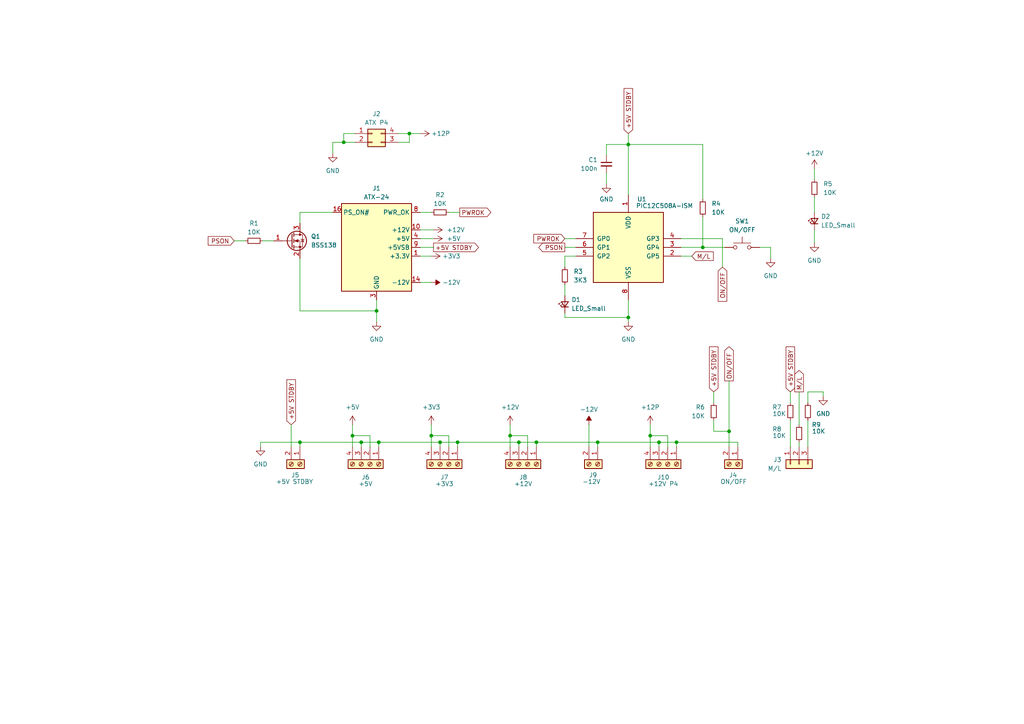
<source format=kicad_sch>
(kicad_sch (version 20230121) (generator eeschema)

  (uuid 9d44ffcd-c6f5-4808-9907-78cb461bbc01)

  (paper "A4")

  (lib_symbols
    (symbol "Connector:ATX-24" (in_bom yes) (on_board yes)
      (property "Reference" "J" (at -8.89 13.97 0)
        (effects (font (size 1.27 1.27)))
      )
      (property "Value" "ATX-24" (at 6.35 13.97 0)
        (effects (font (size 1.27 1.27)))
      )
      (property "Footprint" "" (at 0 -2.54 0)
        (effects (font (size 1.27 1.27)) hide)
      )
      (property "Datasheet" "https://www.intel.com/content/dam/www/public/us/en/documents/guides/power-supply-design-guide-june.pdf#page=33" (at 60.96 -13.97 0)
        (effects (font (size 1.27 1.27)) hide)
      )
      (property "ki_keywords" "ATX PSU" (at 0 0 0)
        (effects (font (size 1.27 1.27)) hide)
      )
      (property "ki_description" "ATX Power supply 24pins" (at 0 0 0)
        (effects (font (size 1.27 1.27)) hide)
      )
      (property "ki_fp_filters" "*Mini?Fit*2x12*Vertical* *Mini?Fit*2x12*Horizontal*" (at 0 0 0)
        (effects (font (size 1.27 1.27)) hide)
      )
      (symbol "ATX-24_0_1"
        (rectangle (start -10.16 12.7) (end 10.16 -12.7)
          (stroke (width 0.254) (type default))
          (fill (type background))
        )
      )
      (symbol "ATX-24_1_1"
        (pin power_out line (at 12.7 -2.54 180) (length 2.54)
          (name "+3.3V" (effects (font (size 1.27 1.27))))
          (number "1" (effects (font (size 1.27 1.27))))
        )
        (pin power_out line (at 12.7 5.08 180) (length 2.54)
          (name "+12V" (effects (font (size 1.27 1.27))))
          (number "10" (effects (font (size 1.27 1.27))))
        )
        (pin passive line (at 12.7 5.08 180) (length 2.54) hide
          (name "+12V" (effects (font (size 1.27 1.27))))
          (number "11" (effects (font (size 1.27 1.27))))
        )
        (pin passive line (at 12.7 -2.54 180) (length 2.54) hide
          (name "+3.3V" (effects (font (size 1.27 1.27))))
          (number "12" (effects (font (size 1.27 1.27))))
        )
        (pin passive line (at 12.7 -2.54 180) (length 2.54) hide
          (name "+3.3V" (effects (font (size 1.27 1.27))))
          (number "13" (effects (font (size 1.27 1.27))))
        )
        (pin power_out line (at 12.7 -10.16 180) (length 2.54)
          (name "-12V" (effects (font (size 1.27 1.27))))
          (number "14" (effects (font (size 1.27 1.27))))
        )
        (pin passive line (at 0 -15.24 90) (length 2.54) hide
          (name "GND" (effects (font (size 1.27 1.27))))
          (number "15" (effects (font (size 1.27 1.27))))
        )
        (pin open_collector line (at -12.7 10.16 0) (length 2.54)
          (name "PS_ON#" (effects (font (size 1.27 1.27))))
          (number "16" (effects (font (size 1.27 1.27))))
        )
        (pin passive line (at 0 -15.24 90) (length 2.54) hide
          (name "GND" (effects (font (size 1.27 1.27))))
          (number "17" (effects (font (size 1.27 1.27))))
        )
        (pin passive line (at 0 -15.24 90) (length 2.54) hide
          (name "GND" (effects (font (size 1.27 1.27))))
          (number "18" (effects (font (size 1.27 1.27))))
        )
        (pin passive line (at 0 -15.24 90) (length 2.54) hide
          (name "GND" (effects (font (size 1.27 1.27))))
          (number "19" (effects (font (size 1.27 1.27))))
        )
        (pin passive line (at 12.7 -2.54 180) (length 2.54) hide
          (name "+3.3V" (effects (font (size 1.27 1.27))))
          (number "2" (effects (font (size 1.27 1.27))))
        )
        (pin no_connect line (at -10.16 0 0) (length 2.54) hide
          (name "NC" (effects (font (size 1.27 1.27))))
          (number "20" (effects (font (size 1.27 1.27))))
        )
        (pin passive line (at 12.7 2.54 180) (length 2.54) hide
          (name "+5V" (effects (font (size 1.27 1.27))))
          (number "21" (effects (font (size 1.27 1.27))))
        )
        (pin passive line (at 12.7 2.54 180) (length 2.54) hide
          (name "+5V" (effects (font (size 1.27 1.27))))
          (number "22" (effects (font (size 1.27 1.27))))
        )
        (pin passive line (at 12.7 2.54 180) (length 2.54) hide
          (name "+5V" (effects (font (size 1.27 1.27))))
          (number "23" (effects (font (size 1.27 1.27))))
        )
        (pin passive line (at 0 -15.24 90) (length 2.54) hide
          (name "GND" (effects (font (size 1.27 1.27))))
          (number "24" (effects (font (size 1.27 1.27))))
        )
        (pin power_out line (at 0 -15.24 90) (length 2.54)
          (name "GND" (effects (font (size 1.27 1.27))))
          (number "3" (effects (font (size 1.27 1.27))))
        )
        (pin power_out line (at 12.7 2.54 180) (length 2.54)
          (name "+5V" (effects (font (size 1.27 1.27))))
          (number "4" (effects (font (size 1.27 1.27))))
        )
        (pin passive line (at 0 -15.24 90) (length 2.54) hide
          (name "GND" (effects (font (size 1.27 1.27))))
          (number "5" (effects (font (size 1.27 1.27))))
        )
        (pin passive line (at 12.7 2.54 180) (length 2.54) hide
          (name "+5V" (effects (font (size 1.27 1.27))))
          (number "6" (effects (font (size 1.27 1.27))))
        )
        (pin passive line (at 0 -15.24 90) (length 2.54) hide
          (name "GND" (effects (font (size 1.27 1.27))))
          (number "7" (effects (font (size 1.27 1.27))))
        )
        (pin output line (at 12.7 10.16 180) (length 2.54)
          (name "PWR_OK" (effects (font (size 1.27 1.27))))
          (number "8" (effects (font (size 1.27 1.27))))
        )
        (pin power_out line (at 12.7 0 180) (length 2.54)
          (name "+5VSB" (effects (font (size 1.27 1.27))))
          (number "9" (effects (font (size 1.27 1.27))))
        )
      )
    )
    (symbol "Connector:Screw_Terminal_01x02" (pin_names (offset 1.016) hide) (in_bom yes) (on_board yes)
      (property "Reference" "J" (at 0 2.54 0)
        (effects (font (size 1.27 1.27)))
      )
      (property "Value" "Screw_Terminal_01x02" (at 0 -5.08 0)
        (effects (font (size 1.27 1.27)))
      )
      (property "Footprint" "" (at 0 0 0)
        (effects (font (size 1.27 1.27)) hide)
      )
      (property "Datasheet" "~" (at 0 0 0)
        (effects (font (size 1.27 1.27)) hide)
      )
      (property "ki_keywords" "screw terminal" (at 0 0 0)
        (effects (font (size 1.27 1.27)) hide)
      )
      (property "ki_description" "Generic screw terminal, single row, 01x02, script generated (kicad-library-utils/schlib/autogen/connector/)" (at 0 0 0)
        (effects (font (size 1.27 1.27)) hide)
      )
      (property "ki_fp_filters" "TerminalBlock*:*" (at 0 0 0)
        (effects (font (size 1.27 1.27)) hide)
      )
      (symbol "Screw_Terminal_01x02_1_1"
        (rectangle (start -1.27 1.27) (end 1.27 -3.81)
          (stroke (width 0.254) (type default))
          (fill (type background))
        )
        (circle (center 0 -2.54) (radius 0.635)
          (stroke (width 0.1524) (type default))
          (fill (type none))
        )
        (polyline
          (pts
            (xy -0.5334 -2.2098)
            (xy 0.3302 -3.048)
          )
          (stroke (width 0.1524) (type default))
          (fill (type none))
        )
        (polyline
          (pts
            (xy -0.5334 0.3302)
            (xy 0.3302 -0.508)
          )
          (stroke (width 0.1524) (type default))
          (fill (type none))
        )
        (polyline
          (pts
            (xy -0.3556 -2.032)
            (xy 0.508 -2.8702)
          )
          (stroke (width 0.1524) (type default))
          (fill (type none))
        )
        (polyline
          (pts
            (xy -0.3556 0.508)
            (xy 0.508 -0.3302)
          )
          (stroke (width 0.1524) (type default))
          (fill (type none))
        )
        (circle (center 0 0) (radius 0.635)
          (stroke (width 0.1524) (type default))
          (fill (type none))
        )
        (pin passive line (at -5.08 0 0) (length 3.81)
          (name "Pin_1" (effects (font (size 1.27 1.27))))
          (number "1" (effects (font (size 1.27 1.27))))
        )
        (pin passive line (at -5.08 -2.54 0) (length 3.81)
          (name "Pin_2" (effects (font (size 1.27 1.27))))
          (number "2" (effects (font (size 1.27 1.27))))
        )
      )
    )
    (symbol "Connector:Screw_Terminal_01x04" (pin_names (offset 1.016) hide) (in_bom yes) (on_board yes)
      (property "Reference" "J" (at 0 5.08 0)
        (effects (font (size 1.27 1.27)))
      )
      (property "Value" "Screw_Terminal_01x04" (at 0 -7.62 0)
        (effects (font (size 1.27 1.27)))
      )
      (property "Footprint" "" (at 0 0 0)
        (effects (font (size 1.27 1.27)) hide)
      )
      (property "Datasheet" "~" (at 0 0 0)
        (effects (font (size 1.27 1.27)) hide)
      )
      (property "ki_keywords" "screw terminal" (at 0 0 0)
        (effects (font (size 1.27 1.27)) hide)
      )
      (property "ki_description" "Generic screw terminal, single row, 01x04, script generated (kicad-library-utils/schlib/autogen/connector/)" (at 0 0 0)
        (effects (font (size 1.27 1.27)) hide)
      )
      (property "ki_fp_filters" "TerminalBlock*:*" (at 0 0 0)
        (effects (font (size 1.27 1.27)) hide)
      )
      (symbol "Screw_Terminal_01x04_1_1"
        (rectangle (start -1.27 3.81) (end 1.27 -6.35)
          (stroke (width 0.254) (type default))
          (fill (type background))
        )
        (circle (center 0 -5.08) (radius 0.635)
          (stroke (width 0.1524) (type default))
          (fill (type none))
        )
        (circle (center 0 -2.54) (radius 0.635)
          (stroke (width 0.1524) (type default))
          (fill (type none))
        )
        (polyline
          (pts
            (xy -0.5334 -4.7498)
            (xy 0.3302 -5.588)
          )
          (stroke (width 0.1524) (type default))
          (fill (type none))
        )
        (polyline
          (pts
            (xy -0.5334 -2.2098)
            (xy 0.3302 -3.048)
          )
          (stroke (width 0.1524) (type default))
          (fill (type none))
        )
        (polyline
          (pts
            (xy -0.5334 0.3302)
            (xy 0.3302 -0.508)
          )
          (stroke (width 0.1524) (type default))
          (fill (type none))
        )
        (polyline
          (pts
            (xy -0.5334 2.8702)
            (xy 0.3302 2.032)
          )
          (stroke (width 0.1524) (type default))
          (fill (type none))
        )
        (polyline
          (pts
            (xy -0.3556 -4.572)
            (xy 0.508 -5.4102)
          )
          (stroke (width 0.1524) (type default))
          (fill (type none))
        )
        (polyline
          (pts
            (xy -0.3556 -2.032)
            (xy 0.508 -2.8702)
          )
          (stroke (width 0.1524) (type default))
          (fill (type none))
        )
        (polyline
          (pts
            (xy -0.3556 0.508)
            (xy 0.508 -0.3302)
          )
          (stroke (width 0.1524) (type default))
          (fill (type none))
        )
        (polyline
          (pts
            (xy -0.3556 3.048)
            (xy 0.508 2.2098)
          )
          (stroke (width 0.1524) (type default))
          (fill (type none))
        )
        (circle (center 0 0) (radius 0.635)
          (stroke (width 0.1524) (type default))
          (fill (type none))
        )
        (circle (center 0 2.54) (radius 0.635)
          (stroke (width 0.1524) (type default))
          (fill (type none))
        )
        (pin passive line (at -5.08 2.54 0) (length 3.81)
          (name "Pin_1" (effects (font (size 1.27 1.27))))
          (number "1" (effects (font (size 1.27 1.27))))
        )
        (pin passive line (at -5.08 0 0) (length 3.81)
          (name "Pin_2" (effects (font (size 1.27 1.27))))
          (number "2" (effects (font (size 1.27 1.27))))
        )
        (pin passive line (at -5.08 -2.54 0) (length 3.81)
          (name "Pin_3" (effects (font (size 1.27 1.27))))
          (number "3" (effects (font (size 1.27 1.27))))
        )
        (pin passive line (at -5.08 -5.08 0) (length 3.81)
          (name "Pin_4" (effects (font (size 1.27 1.27))))
          (number "4" (effects (font (size 1.27 1.27))))
        )
      )
    )
    (symbol "Connector_Generic:Conn_01x03" (pin_names (offset 1.016) hide) (in_bom yes) (on_board yes)
      (property "Reference" "J" (at 0 5.08 0)
        (effects (font (size 1.27 1.27)))
      )
      (property "Value" "Conn_01x03" (at 0 -5.08 0)
        (effects (font (size 1.27 1.27)))
      )
      (property "Footprint" "" (at 0 0 0)
        (effects (font (size 1.27 1.27)) hide)
      )
      (property "Datasheet" "~" (at 0 0 0)
        (effects (font (size 1.27 1.27)) hide)
      )
      (property "ki_keywords" "connector" (at 0 0 0)
        (effects (font (size 1.27 1.27)) hide)
      )
      (property "ki_description" "Generic connector, single row, 01x03, script generated (kicad-library-utils/schlib/autogen/connector/)" (at 0 0 0)
        (effects (font (size 1.27 1.27)) hide)
      )
      (property "ki_fp_filters" "Connector*:*_1x??_*" (at 0 0 0)
        (effects (font (size 1.27 1.27)) hide)
      )
      (symbol "Conn_01x03_1_1"
        (rectangle (start -1.27 -2.413) (end 0 -2.667)
          (stroke (width 0.1524) (type default))
          (fill (type none))
        )
        (rectangle (start -1.27 0.127) (end 0 -0.127)
          (stroke (width 0.1524) (type default))
          (fill (type none))
        )
        (rectangle (start -1.27 2.667) (end 0 2.413)
          (stroke (width 0.1524) (type default))
          (fill (type none))
        )
        (rectangle (start -1.27 3.81) (end 1.27 -3.81)
          (stroke (width 0.254) (type default))
          (fill (type background))
        )
        (pin passive line (at -5.08 2.54 0) (length 3.81)
          (name "Pin_1" (effects (font (size 1.27 1.27))))
          (number "1" (effects (font (size 1.27 1.27))))
        )
        (pin passive line (at -5.08 0 0) (length 3.81)
          (name "Pin_2" (effects (font (size 1.27 1.27))))
          (number "2" (effects (font (size 1.27 1.27))))
        )
        (pin passive line (at -5.08 -2.54 0) (length 3.81)
          (name "Pin_3" (effects (font (size 1.27 1.27))))
          (number "3" (effects (font (size 1.27 1.27))))
        )
      )
    )
    (symbol "Connector_Generic:Conn_02x02_Counter_Clockwise" (pin_names (offset 1.016) hide) (in_bom yes) (on_board yes)
      (property "Reference" "J" (at 1.27 2.54 0)
        (effects (font (size 1.27 1.27)))
      )
      (property "Value" "Conn_02x02_Counter_Clockwise" (at 1.27 -5.08 0)
        (effects (font (size 1.27 1.27)))
      )
      (property "Footprint" "" (at 0 0 0)
        (effects (font (size 1.27 1.27)) hide)
      )
      (property "Datasheet" "~" (at 0 0 0)
        (effects (font (size 1.27 1.27)) hide)
      )
      (property "ki_keywords" "connector" (at 0 0 0)
        (effects (font (size 1.27 1.27)) hide)
      )
      (property "ki_description" "Generic connector, double row, 02x02, counter clockwise pin numbering scheme (similar to DIP package numbering), script generated (kicad-library-utils/schlib/autogen/connector/)" (at 0 0 0)
        (effects (font (size 1.27 1.27)) hide)
      )
      (property "ki_fp_filters" "Connector*:*_2x??_*" (at 0 0 0)
        (effects (font (size 1.27 1.27)) hide)
      )
      (symbol "Conn_02x02_Counter_Clockwise_1_1"
        (rectangle (start -1.27 -2.413) (end 0 -2.667)
          (stroke (width 0.1524) (type default))
          (fill (type none))
        )
        (rectangle (start -1.27 0.127) (end 0 -0.127)
          (stroke (width 0.1524) (type default))
          (fill (type none))
        )
        (rectangle (start -1.27 1.27) (end 3.81 -3.81)
          (stroke (width 0.254) (type default))
          (fill (type background))
        )
        (rectangle (start 3.81 -2.413) (end 2.54 -2.667)
          (stroke (width 0.1524) (type default))
          (fill (type none))
        )
        (rectangle (start 3.81 0.127) (end 2.54 -0.127)
          (stroke (width 0.1524) (type default))
          (fill (type none))
        )
        (pin passive line (at -5.08 0 0) (length 3.81)
          (name "Pin_1" (effects (font (size 1.27 1.27))))
          (number "1" (effects (font (size 1.27 1.27))))
        )
        (pin passive line (at -5.08 -2.54 0) (length 3.81)
          (name "Pin_2" (effects (font (size 1.27 1.27))))
          (number "2" (effects (font (size 1.27 1.27))))
        )
        (pin passive line (at 7.62 -2.54 180) (length 3.81)
          (name "Pin_3" (effects (font (size 1.27 1.27))))
          (number "3" (effects (font (size 1.27 1.27))))
        )
        (pin passive line (at 7.62 0 180) (length 3.81)
          (name "Pin_4" (effects (font (size 1.27 1.27))))
          (number "4" (effects (font (size 1.27 1.27))))
        )
      )
    )
    (symbol "Device:C_Small" (pin_numbers hide) (pin_names (offset 0.254) hide) (in_bom yes) (on_board yes)
      (property "Reference" "C" (at 0.254 1.778 0)
        (effects (font (size 1.27 1.27)) (justify left))
      )
      (property "Value" "C_Small" (at 0.254 -2.032 0)
        (effects (font (size 1.27 1.27)) (justify left))
      )
      (property "Footprint" "" (at 0 0 0)
        (effects (font (size 1.27 1.27)) hide)
      )
      (property "Datasheet" "~" (at 0 0 0)
        (effects (font (size 1.27 1.27)) hide)
      )
      (property "ki_keywords" "capacitor cap" (at 0 0 0)
        (effects (font (size 1.27 1.27)) hide)
      )
      (property "ki_description" "Unpolarized capacitor, small symbol" (at 0 0 0)
        (effects (font (size 1.27 1.27)) hide)
      )
      (property "ki_fp_filters" "C_*" (at 0 0 0)
        (effects (font (size 1.27 1.27)) hide)
      )
      (symbol "C_Small_0_1"
        (polyline
          (pts
            (xy -1.524 -0.508)
            (xy 1.524 -0.508)
          )
          (stroke (width 0.3302) (type default))
          (fill (type none))
        )
        (polyline
          (pts
            (xy -1.524 0.508)
            (xy 1.524 0.508)
          )
          (stroke (width 0.3048) (type default))
          (fill (type none))
        )
      )
      (symbol "C_Small_1_1"
        (pin passive line (at 0 2.54 270) (length 2.032)
          (name "~" (effects (font (size 1.27 1.27))))
          (number "1" (effects (font (size 1.27 1.27))))
        )
        (pin passive line (at 0 -2.54 90) (length 2.032)
          (name "~" (effects (font (size 1.27 1.27))))
          (number "2" (effects (font (size 1.27 1.27))))
        )
      )
    )
    (symbol "Device:LED_Small" (pin_numbers hide) (pin_names (offset 0.254) hide) (in_bom yes) (on_board yes)
      (property "Reference" "D" (at -1.27 3.175 0)
        (effects (font (size 1.27 1.27)) (justify left))
      )
      (property "Value" "LED_Small" (at -4.445 -2.54 0)
        (effects (font (size 1.27 1.27)) (justify left))
      )
      (property "Footprint" "" (at 0 0 90)
        (effects (font (size 1.27 1.27)) hide)
      )
      (property "Datasheet" "~" (at 0 0 90)
        (effects (font (size 1.27 1.27)) hide)
      )
      (property "ki_keywords" "LED diode light-emitting-diode" (at 0 0 0)
        (effects (font (size 1.27 1.27)) hide)
      )
      (property "ki_description" "Light emitting diode, small symbol" (at 0 0 0)
        (effects (font (size 1.27 1.27)) hide)
      )
      (property "ki_fp_filters" "LED* LED_SMD:* LED_THT:*" (at 0 0 0)
        (effects (font (size 1.27 1.27)) hide)
      )
      (symbol "LED_Small_0_1"
        (polyline
          (pts
            (xy -0.762 -1.016)
            (xy -0.762 1.016)
          )
          (stroke (width 0.254) (type default))
          (fill (type none))
        )
        (polyline
          (pts
            (xy 1.016 0)
            (xy -0.762 0)
          )
          (stroke (width 0) (type default))
          (fill (type none))
        )
        (polyline
          (pts
            (xy 0.762 -1.016)
            (xy -0.762 0)
            (xy 0.762 1.016)
            (xy 0.762 -1.016)
          )
          (stroke (width 0.254) (type default))
          (fill (type none))
        )
        (polyline
          (pts
            (xy 0 0.762)
            (xy -0.508 1.27)
            (xy -0.254 1.27)
            (xy -0.508 1.27)
            (xy -0.508 1.016)
          )
          (stroke (width 0) (type default))
          (fill (type none))
        )
        (polyline
          (pts
            (xy 0.508 1.27)
            (xy 0 1.778)
            (xy 0.254 1.778)
            (xy 0 1.778)
            (xy 0 1.524)
          )
          (stroke (width 0) (type default))
          (fill (type none))
        )
      )
      (symbol "LED_Small_1_1"
        (pin passive line (at -2.54 0 0) (length 1.778)
          (name "K" (effects (font (size 1.27 1.27))))
          (number "1" (effects (font (size 1.27 1.27))))
        )
        (pin passive line (at 2.54 0 180) (length 1.778)
          (name "A" (effects (font (size 1.27 1.27))))
          (number "2" (effects (font (size 1.27 1.27))))
        )
      )
    )
    (symbol "Device:R_Small" (pin_numbers hide) (pin_names (offset 0.254) hide) (in_bom yes) (on_board yes)
      (property "Reference" "R" (at 0.762 0.508 0)
        (effects (font (size 1.27 1.27)) (justify left))
      )
      (property "Value" "R_Small" (at 0.762 -1.016 0)
        (effects (font (size 1.27 1.27)) (justify left))
      )
      (property "Footprint" "" (at 0 0 0)
        (effects (font (size 1.27 1.27)) hide)
      )
      (property "Datasheet" "~" (at 0 0 0)
        (effects (font (size 1.27 1.27)) hide)
      )
      (property "ki_keywords" "R resistor" (at 0 0 0)
        (effects (font (size 1.27 1.27)) hide)
      )
      (property "ki_description" "Resistor, small symbol" (at 0 0 0)
        (effects (font (size 1.27 1.27)) hide)
      )
      (property "ki_fp_filters" "R_*" (at 0 0 0)
        (effects (font (size 1.27 1.27)) hide)
      )
      (symbol "R_Small_0_1"
        (rectangle (start -0.762 1.778) (end 0.762 -1.778)
          (stroke (width 0.2032) (type default))
          (fill (type none))
        )
      )
      (symbol "R_Small_1_1"
        (pin passive line (at 0 2.54 270) (length 0.762)
          (name "~" (effects (font (size 1.27 1.27))))
          (number "1" (effects (font (size 1.27 1.27))))
        )
        (pin passive line (at 0 -2.54 90) (length 0.762)
          (name "~" (effects (font (size 1.27 1.27))))
          (number "2" (effects (font (size 1.27 1.27))))
        )
      )
    )
    (symbol "MCU_Microchip_PIC12:PIC12C508A-ISM" (pin_names (offset 1.016)) (in_bom yes) (on_board yes)
      (property "Reference" "U" (at 1.27 13.97 0)
        (effects (font (size 1.27 1.27)) (justify left))
      )
      (property "Value" "PIC12C508A-ISM" (at 1.27 11.43 0)
        (effects (font (size 1.27 1.27)) (justify left))
      )
      (property "Footprint" "Package_DIP:DIP-8_W7.62mm" (at 15.24 16.51 0)
        (effects (font (size 1.27 1.27)) hide)
      )
      (property "Datasheet" "http://ww1.microchip.com/downloads/en/devicedoc/40139e.pdf" (at 0 0 0)
        (effects (font (size 1.27 1.27)) hide)
      )
      (property "ki_keywords" "8-Bit CMOS Microcontroller" (at 0 0 0)
        (effects (font (size 1.27 1.27)) hide)
      )
      (property "ki_description" "PIC12C508A, 512W EPROM, 25B SRAM, SO8 Wide" (at 0 0 0)
        (effects (font (size 1.27 1.27)) hide)
      )
      (property "ki_fp_filters" "DIP*W7.62mm*" (at 0 0 0)
        (effects (font (size 1.27 1.27)) hide)
      )
      (symbol "PIC12C508A-ISM_0_1"
        (rectangle (start 10.16 -10.16) (end -10.16 10.16)
          (stroke (width 0.254) (type default))
          (fill (type background))
        )
      )
      (symbol "PIC12C508A-ISM_1_1"
        (pin power_in line (at 0 15.24 270) (length 5.08)
          (name "VDD" (effects (font (size 1.27 1.27))))
          (number "1" (effects (font (size 1.27 1.27))))
        )
        (pin bidirectional line (at 15.24 -2.54 180) (length 5.08)
          (name "GP5" (effects (font (size 1.27 1.27))))
          (number "2" (effects (font (size 1.27 1.27))))
        )
        (pin bidirectional line (at 15.24 0 180) (length 5.08)
          (name "GP4" (effects (font (size 1.27 1.27))))
          (number "3" (effects (font (size 1.27 1.27))))
        )
        (pin input line (at 15.24 2.54 180) (length 5.08)
          (name "GP3" (effects (font (size 1.27 1.27))))
          (number "4" (effects (font (size 1.27 1.27))))
        )
        (pin bidirectional line (at -15.24 -2.54 0) (length 5.08)
          (name "GP2" (effects (font (size 1.27 1.27))))
          (number "5" (effects (font (size 1.27 1.27))))
        )
        (pin bidirectional line (at -15.24 0 0) (length 5.08)
          (name "GP1" (effects (font (size 1.27 1.27))))
          (number "6" (effects (font (size 1.27 1.27))))
        )
        (pin bidirectional line (at -15.24 2.54 0) (length 5.08)
          (name "GP0" (effects (font (size 1.27 1.27))))
          (number "7" (effects (font (size 1.27 1.27))))
        )
        (pin power_in line (at 0 -15.24 90) (length 5.08)
          (name "VSS" (effects (font (size 1.27 1.27))))
          (number "8" (effects (font (size 1.27 1.27))))
        )
      )
    )
    (symbol "Switch:SW_Push" (pin_numbers hide) (pin_names (offset 1.016) hide) (in_bom yes) (on_board yes)
      (property "Reference" "SW" (at 1.27 2.54 0)
        (effects (font (size 1.27 1.27)) (justify left))
      )
      (property "Value" "SW_Push" (at 0 -1.524 0)
        (effects (font (size 1.27 1.27)))
      )
      (property "Footprint" "" (at 0 5.08 0)
        (effects (font (size 1.27 1.27)) hide)
      )
      (property "Datasheet" "~" (at 0 5.08 0)
        (effects (font (size 1.27 1.27)) hide)
      )
      (property "ki_keywords" "switch normally-open pushbutton push-button" (at 0 0 0)
        (effects (font (size 1.27 1.27)) hide)
      )
      (property "ki_description" "Push button switch, generic, two pins" (at 0 0 0)
        (effects (font (size 1.27 1.27)) hide)
      )
      (symbol "SW_Push_0_1"
        (circle (center -2.032 0) (radius 0.508)
          (stroke (width 0) (type default))
          (fill (type none))
        )
        (polyline
          (pts
            (xy 0 1.27)
            (xy 0 3.048)
          )
          (stroke (width 0) (type default))
          (fill (type none))
        )
        (polyline
          (pts
            (xy 2.54 1.27)
            (xy -2.54 1.27)
          )
          (stroke (width 0) (type default))
          (fill (type none))
        )
        (circle (center 2.032 0) (radius 0.508)
          (stroke (width 0) (type default))
          (fill (type none))
        )
        (pin passive line (at -5.08 0 0) (length 2.54)
          (name "1" (effects (font (size 1.27 1.27))))
          (number "1" (effects (font (size 1.27 1.27))))
        )
        (pin passive line (at 5.08 0 180) (length 2.54)
          (name "2" (effects (font (size 1.27 1.27))))
          (number "2" (effects (font (size 1.27 1.27))))
        )
      )
    )
    (symbol "Transistor_FET:BSS138" (pin_names hide) (in_bom yes) (on_board yes)
      (property "Reference" "Q" (at 5.08 1.905 0)
        (effects (font (size 1.27 1.27)) (justify left))
      )
      (property "Value" "BSS138" (at 5.08 0 0)
        (effects (font (size 1.27 1.27)) (justify left))
      )
      (property "Footprint" "Package_TO_SOT_SMD:SOT-23" (at 5.08 -1.905 0)
        (effects (font (size 1.27 1.27) italic) (justify left) hide)
      )
      (property "Datasheet" "https://www.onsemi.com/pub/Collateral/BSS138-D.PDF" (at 0 0 0)
        (effects (font (size 1.27 1.27)) (justify left) hide)
      )
      (property "ki_keywords" "N-Channel MOSFET" (at 0 0 0)
        (effects (font (size 1.27 1.27)) hide)
      )
      (property "ki_description" "50V Vds, 0.22A Id, N-Channel MOSFET, SOT-23" (at 0 0 0)
        (effects (font (size 1.27 1.27)) hide)
      )
      (property "ki_fp_filters" "SOT?23*" (at 0 0 0)
        (effects (font (size 1.27 1.27)) hide)
      )
      (symbol "BSS138_0_1"
        (polyline
          (pts
            (xy 0.254 0)
            (xy -2.54 0)
          )
          (stroke (width 0) (type default))
          (fill (type none))
        )
        (polyline
          (pts
            (xy 0.254 1.905)
            (xy 0.254 -1.905)
          )
          (stroke (width 0.254) (type default))
          (fill (type none))
        )
        (polyline
          (pts
            (xy 0.762 -1.27)
            (xy 0.762 -2.286)
          )
          (stroke (width 0.254) (type default))
          (fill (type none))
        )
        (polyline
          (pts
            (xy 0.762 0.508)
            (xy 0.762 -0.508)
          )
          (stroke (width 0.254) (type default))
          (fill (type none))
        )
        (polyline
          (pts
            (xy 0.762 2.286)
            (xy 0.762 1.27)
          )
          (stroke (width 0.254) (type default))
          (fill (type none))
        )
        (polyline
          (pts
            (xy 2.54 2.54)
            (xy 2.54 1.778)
          )
          (stroke (width 0) (type default))
          (fill (type none))
        )
        (polyline
          (pts
            (xy 2.54 -2.54)
            (xy 2.54 0)
            (xy 0.762 0)
          )
          (stroke (width 0) (type default))
          (fill (type none))
        )
        (polyline
          (pts
            (xy 0.762 -1.778)
            (xy 3.302 -1.778)
            (xy 3.302 1.778)
            (xy 0.762 1.778)
          )
          (stroke (width 0) (type default))
          (fill (type none))
        )
        (polyline
          (pts
            (xy 1.016 0)
            (xy 2.032 0.381)
            (xy 2.032 -0.381)
            (xy 1.016 0)
          )
          (stroke (width 0) (type default))
          (fill (type outline))
        )
        (polyline
          (pts
            (xy 2.794 0.508)
            (xy 2.921 0.381)
            (xy 3.683 0.381)
            (xy 3.81 0.254)
          )
          (stroke (width 0) (type default))
          (fill (type none))
        )
        (polyline
          (pts
            (xy 3.302 0.381)
            (xy 2.921 -0.254)
            (xy 3.683 -0.254)
            (xy 3.302 0.381)
          )
          (stroke (width 0) (type default))
          (fill (type none))
        )
        (circle (center 1.651 0) (radius 2.794)
          (stroke (width 0.254) (type default))
          (fill (type none))
        )
        (circle (center 2.54 -1.778) (radius 0.254)
          (stroke (width 0) (type default))
          (fill (type outline))
        )
        (circle (center 2.54 1.778) (radius 0.254)
          (stroke (width 0) (type default))
          (fill (type outline))
        )
      )
      (symbol "BSS138_1_1"
        (pin input line (at -5.08 0 0) (length 2.54)
          (name "G" (effects (font (size 1.27 1.27))))
          (number "1" (effects (font (size 1.27 1.27))))
        )
        (pin passive line (at 2.54 -5.08 90) (length 2.54)
          (name "S" (effects (font (size 1.27 1.27))))
          (number "2" (effects (font (size 1.27 1.27))))
        )
        (pin passive line (at 2.54 5.08 270) (length 2.54)
          (name "D" (effects (font (size 1.27 1.27))))
          (number "3" (effects (font (size 1.27 1.27))))
        )
      )
    )
    (symbol "power:+12P" (power) (pin_names (offset 0)) (in_bom yes) (on_board yes)
      (property "Reference" "#PWR" (at 0 -3.81 0)
        (effects (font (size 1.27 1.27)) hide)
      )
      (property "Value" "+12P" (at 0 3.556 0)
        (effects (font (size 1.27 1.27)))
      )
      (property "Footprint" "" (at 0 0 0)
        (effects (font (size 1.27 1.27)) hide)
      )
      (property "Datasheet" "" (at 0 0 0)
        (effects (font (size 1.27 1.27)) hide)
      )
      (property "ki_keywords" "global power" (at 0 0 0)
        (effects (font (size 1.27 1.27)) hide)
      )
      (property "ki_description" "Power symbol creates a global label with name \"+12P\"" (at 0 0 0)
        (effects (font (size 1.27 1.27)) hide)
      )
      (symbol "+12P_0_1"
        (polyline
          (pts
            (xy -0.762 1.27)
            (xy 0 2.54)
          )
          (stroke (width 0) (type default))
          (fill (type none))
        )
        (polyline
          (pts
            (xy 0 0)
            (xy 0 2.54)
          )
          (stroke (width 0) (type default))
          (fill (type none))
        )
        (polyline
          (pts
            (xy 0 2.54)
            (xy 0.762 1.27)
          )
          (stroke (width 0) (type default))
          (fill (type none))
        )
      )
      (symbol "+12P_1_1"
        (pin power_in line (at 0 0 90) (length 0) hide
          (name "+12P" (effects (font (size 1.27 1.27))))
          (number "1" (effects (font (size 1.27 1.27))))
        )
      )
    )
    (symbol "power:+12V" (power) (pin_names (offset 0)) (in_bom yes) (on_board yes)
      (property "Reference" "#PWR" (at 0 -3.81 0)
        (effects (font (size 1.27 1.27)) hide)
      )
      (property "Value" "+12V" (at 0 3.556 0)
        (effects (font (size 1.27 1.27)))
      )
      (property "Footprint" "" (at 0 0 0)
        (effects (font (size 1.27 1.27)) hide)
      )
      (property "Datasheet" "" (at 0 0 0)
        (effects (font (size 1.27 1.27)) hide)
      )
      (property "ki_keywords" "global power" (at 0 0 0)
        (effects (font (size 1.27 1.27)) hide)
      )
      (property "ki_description" "Power symbol creates a global label with name \"+12V\"" (at 0 0 0)
        (effects (font (size 1.27 1.27)) hide)
      )
      (symbol "+12V_0_1"
        (polyline
          (pts
            (xy -0.762 1.27)
            (xy 0 2.54)
          )
          (stroke (width 0) (type default))
          (fill (type none))
        )
        (polyline
          (pts
            (xy 0 0)
            (xy 0 2.54)
          )
          (stroke (width 0) (type default))
          (fill (type none))
        )
        (polyline
          (pts
            (xy 0 2.54)
            (xy 0.762 1.27)
          )
          (stroke (width 0) (type default))
          (fill (type none))
        )
      )
      (symbol "+12V_1_1"
        (pin power_in line (at 0 0 90) (length 0) hide
          (name "+12V" (effects (font (size 1.27 1.27))))
          (number "1" (effects (font (size 1.27 1.27))))
        )
      )
    )
    (symbol "power:+3V3" (power) (pin_names (offset 0)) (in_bom yes) (on_board yes)
      (property "Reference" "#PWR" (at 0 -3.81 0)
        (effects (font (size 1.27 1.27)) hide)
      )
      (property "Value" "+3V3" (at 0 3.556 0)
        (effects (font (size 1.27 1.27)))
      )
      (property "Footprint" "" (at 0 0 0)
        (effects (font (size 1.27 1.27)) hide)
      )
      (property "Datasheet" "" (at 0 0 0)
        (effects (font (size 1.27 1.27)) hide)
      )
      (property "ki_keywords" "global power" (at 0 0 0)
        (effects (font (size 1.27 1.27)) hide)
      )
      (property "ki_description" "Power symbol creates a global label with name \"+3V3\"" (at 0 0 0)
        (effects (font (size 1.27 1.27)) hide)
      )
      (symbol "+3V3_0_1"
        (polyline
          (pts
            (xy -0.762 1.27)
            (xy 0 2.54)
          )
          (stroke (width 0) (type default))
          (fill (type none))
        )
        (polyline
          (pts
            (xy 0 0)
            (xy 0 2.54)
          )
          (stroke (width 0) (type default))
          (fill (type none))
        )
        (polyline
          (pts
            (xy 0 2.54)
            (xy 0.762 1.27)
          )
          (stroke (width 0) (type default))
          (fill (type none))
        )
      )
      (symbol "+3V3_1_1"
        (pin power_in line (at 0 0 90) (length 0) hide
          (name "+3V3" (effects (font (size 1.27 1.27))))
          (number "1" (effects (font (size 1.27 1.27))))
        )
      )
    )
    (symbol "power:+5V" (power) (pin_names (offset 0)) (in_bom yes) (on_board yes)
      (property "Reference" "#PWR" (at 0 -3.81 0)
        (effects (font (size 1.27 1.27)) hide)
      )
      (property "Value" "+5V" (at 0 3.556 0)
        (effects (font (size 1.27 1.27)))
      )
      (property "Footprint" "" (at 0 0 0)
        (effects (font (size 1.27 1.27)) hide)
      )
      (property "Datasheet" "" (at 0 0 0)
        (effects (font (size 1.27 1.27)) hide)
      )
      (property "ki_keywords" "global power" (at 0 0 0)
        (effects (font (size 1.27 1.27)) hide)
      )
      (property "ki_description" "Power symbol creates a global label with name \"+5V\"" (at 0 0 0)
        (effects (font (size 1.27 1.27)) hide)
      )
      (symbol "+5V_0_1"
        (polyline
          (pts
            (xy -0.762 1.27)
            (xy 0 2.54)
          )
          (stroke (width 0) (type default))
          (fill (type none))
        )
        (polyline
          (pts
            (xy 0 0)
            (xy 0 2.54)
          )
          (stroke (width 0) (type default))
          (fill (type none))
        )
        (polyline
          (pts
            (xy 0 2.54)
            (xy 0.762 1.27)
          )
          (stroke (width 0) (type default))
          (fill (type none))
        )
      )
      (symbol "+5V_1_1"
        (pin power_in line (at 0 0 90) (length 0) hide
          (name "+5V" (effects (font (size 1.27 1.27))))
          (number "1" (effects (font (size 1.27 1.27))))
        )
      )
    )
    (symbol "power:-12V" (power) (pin_names (offset 0)) (in_bom yes) (on_board yes)
      (property "Reference" "#PWR" (at 0 2.54 0)
        (effects (font (size 1.27 1.27)) hide)
      )
      (property "Value" "-12V" (at 0 3.81 0)
        (effects (font (size 1.27 1.27)))
      )
      (property "Footprint" "" (at 0 0 0)
        (effects (font (size 1.27 1.27)) hide)
      )
      (property "Datasheet" "" (at 0 0 0)
        (effects (font (size 1.27 1.27)) hide)
      )
      (property "ki_keywords" "global power" (at 0 0 0)
        (effects (font (size 1.27 1.27)) hide)
      )
      (property "ki_description" "Power symbol creates a global label with name \"-12V\"" (at 0 0 0)
        (effects (font (size 1.27 1.27)) hide)
      )
      (symbol "-12V_0_0"
        (pin power_in line (at 0 0 90) (length 0) hide
          (name "-12V" (effects (font (size 1.27 1.27))))
          (number "1" (effects (font (size 1.27 1.27))))
        )
      )
      (symbol "-12V_0_1"
        (polyline
          (pts
            (xy 0 0)
            (xy 0 1.27)
            (xy 0.762 1.27)
            (xy 0 2.54)
            (xy -0.762 1.27)
            (xy 0 1.27)
          )
          (stroke (width 0) (type default))
          (fill (type outline))
        )
      )
    )
    (symbol "power:GND" (power) (pin_names (offset 0)) (in_bom yes) (on_board yes)
      (property "Reference" "#PWR" (at 0 -6.35 0)
        (effects (font (size 1.27 1.27)) hide)
      )
      (property "Value" "GND" (at 0 -3.81 0)
        (effects (font (size 1.27 1.27)))
      )
      (property "Footprint" "" (at 0 0 0)
        (effects (font (size 1.27 1.27)) hide)
      )
      (property "Datasheet" "" (at 0 0 0)
        (effects (font (size 1.27 1.27)) hide)
      )
      (property "ki_keywords" "global power" (at 0 0 0)
        (effects (font (size 1.27 1.27)) hide)
      )
      (property "ki_description" "Power symbol creates a global label with name \"GND\" , ground" (at 0 0 0)
        (effects (font (size 1.27 1.27)) hide)
      )
      (symbol "GND_0_1"
        (polyline
          (pts
            (xy 0 0)
            (xy 0 -1.27)
            (xy 1.27 -1.27)
            (xy 0 -2.54)
            (xy -1.27 -1.27)
            (xy 0 -1.27)
          )
          (stroke (width 0) (type default))
          (fill (type none))
        )
      )
      (symbol "GND_1_1"
        (pin power_in line (at 0 0 270) (length 0) hide
          (name "GND" (effects (font (size 1.27 1.27))))
          (number "1" (effects (font (size 1.27 1.27))))
        )
      )
    )
  )

  (junction (at 99.695 41.275) (diameter 0) (color 0 0 0 0)
    (uuid 0974d6b9-e598-49c1-ae45-b58c4a23a7c1)
  )
  (junction (at 211.455 125.095) (diameter 0) (color 0 0 0 0)
    (uuid 0ba6171d-4e8f-49c7-af4d-ad5980842772)
  )
  (junction (at 155.575 128.27) (diameter 0) (color 0 0 0 0)
    (uuid 14d6c503-b2ef-4232-a148-d552b30d8e2d)
  )
  (junction (at 182.245 92.075) (diameter 0) (color 0 0 0 0)
    (uuid 1c652c2a-56ce-4843-8140-c8978ea92389)
  )
  (junction (at 86.995 128.27) (diameter 0) (color 0 0 0 0)
    (uuid 32daa619-bf38-40c9-aaf4-b776d85df3d9)
  )
  (junction (at 109.855 128.27) (diameter 0) (color 0 0 0 0)
    (uuid 3644726e-30d3-4fda-8758-f6845ad0c3db)
  )
  (junction (at 127.635 128.27) (diameter 0) (color 0 0 0 0)
    (uuid 376cbecf-7319-452e-83fe-abe2b2c742ce)
  )
  (junction (at 118.745 38.735) (diameter 0) (color 0 0 0 0)
    (uuid 4f39de7d-72bf-4854-a123-1e1516646286)
  )
  (junction (at 147.955 126.365) (diameter 0) (color 0 0 0 0)
    (uuid 511c5083-4fd4-48e9-94eb-9d4c0bfcb1a1)
  )
  (junction (at 125.095 126.365) (diameter 0) (color 0 0 0 0)
    (uuid 735eec22-30e4-4594-82a3-25eee82dbe88)
  )
  (junction (at 203.835 71.755) (diameter 0) (color 0 0 0 0)
    (uuid 7c04e757-0c0a-46e3-be43-98ab79a3b963)
  )
  (junction (at 191.135 128.27) (diameter 0) (color 0 0 0 0)
    (uuid 83479441-226e-4659-8fbd-dd71cf958bf6)
  )
  (junction (at 173.355 128.27) (diameter 0) (color 0 0 0 0)
    (uuid 8866ff0b-7ed6-4a45-8a36-281cb0a7558e)
  )
  (junction (at 104.775 128.27) (diameter 0) (color 0 0 0 0)
    (uuid 8b805f11-714f-414d-8ee9-2d4d399a9396)
  )
  (junction (at 132.715 128.27) (diameter 0) (color 0 0 0 0)
    (uuid 96a34459-96fd-4641-9f32-701f27658190)
  )
  (junction (at 102.235 126.365) (diameter 0) (color 0 0 0 0)
    (uuid c0bcbdb0-2460-41a0-aec8-177e7c937f8a)
  )
  (junction (at 150.495 128.27) (diameter 0) (color 0 0 0 0)
    (uuid c401de26-16b5-47c3-8d25-c2056063bced)
  )
  (junction (at 182.245 41.91) (diameter 0) (color 0 0 0 0)
    (uuid c6aec770-481e-48a8-9836-8dd5c6143522)
  )
  (junction (at 196.215 128.27) (diameter 0) (color 0 0 0 0)
    (uuid c853853c-c8b9-4ec4-9242-1ce5fee27677)
  )
  (junction (at 188.595 126.365) (diameter 0) (color 0 0 0 0)
    (uuid cd95021a-942f-4751-9e46-5a55807132e3)
  )
  (junction (at 109.22 90.17) (diameter 0) (color 0 0 0 0)
    (uuid d3118bdd-91f3-4a76-9ccf-e79f5093ab44)
  )

  (wire (pts (xy 109.22 90.17) (xy 86.995 90.17))
    (stroke (width 0) (type default))
    (uuid 04a6d30c-0f62-4664-b24d-b48827eed634)
  )
  (wire (pts (xy 121.92 71.755) (xy 125.73 71.755))
    (stroke (width 0) (type default))
    (uuid 04e7d055-5d5b-4be1-8c12-0507eef81813)
  )
  (wire (pts (xy 203.835 71.755) (xy 210.185 71.755))
    (stroke (width 0) (type default))
    (uuid 10a11364-502f-44ba-8acb-a22f8d10d3a6)
  )
  (wire (pts (xy 197.485 74.295) (xy 200.66 74.295))
    (stroke (width 0) (type default))
    (uuid 10f74616-a9e7-48f1-b30c-7bcf45e73cc8)
  )
  (wire (pts (xy 102.87 38.735) (xy 99.695 38.735))
    (stroke (width 0) (type default))
    (uuid 1196d89c-1dbb-4edc-a0d9-872091b08b98)
  )
  (wire (pts (xy 125.095 126.365) (xy 130.175 126.365))
    (stroke (width 0) (type default))
    (uuid 187c0196-9bc4-43e9-86aa-3de1562e10ba)
  )
  (wire (pts (xy 231.775 113.665) (xy 231.775 123.19))
    (stroke (width 0) (type default))
    (uuid 18ac63f3-df46-4831-a25e-a84a1e4a3bf5)
  )
  (wire (pts (xy 153.035 126.365) (xy 153.035 129.54))
    (stroke (width 0) (type default))
    (uuid 193094d5-ae6e-4186-9667-8c6c27b9a2e4)
  )
  (wire (pts (xy 99.695 38.735) (xy 99.695 41.275))
    (stroke (width 0) (type default))
    (uuid 1a44c6d1-f0e5-4eb9-a909-f050e898e184)
  )
  (wire (pts (xy 96.52 41.275) (xy 96.52 44.45))
    (stroke (width 0) (type default))
    (uuid 1ed171ae-19ea-4fd0-9204-11f6c0cd9964)
  )
  (wire (pts (xy 75.565 128.27) (xy 75.565 129.54))
    (stroke (width 0) (type default))
    (uuid 1f004dd6-65f1-4745-99ae-fb1a8705a932)
  )
  (wire (pts (xy 182.245 41.91) (xy 203.835 41.91))
    (stroke (width 0) (type default))
    (uuid 205ae1f5-8202-4482-88b1-e9c4b2d89754)
  )
  (wire (pts (xy 229.235 121.92) (xy 229.235 129.54))
    (stroke (width 0) (type default))
    (uuid 22093e2a-6e11-442c-842a-b86d5d3fcf67)
  )
  (wire (pts (xy 196.215 128.27) (xy 213.995 128.27))
    (stroke (width 0) (type default))
    (uuid 2236b63c-f3e9-47de-b486-fbc45208eb5e)
  )
  (wire (pts (xy 67.945 69.85) (xy 71.12 69.85))
    (stroke (width 0) (type default))
    (uuid 22e708a6-e837-4526-a4aa-090c73c48983)
  )
  (wire (pts (xy 155.575 128.27) (xy 173.355 128.27))
    (stroke (width 0) (type default))
    (uuid 266b3e2f-c8bd-417f-87d7-06f58d86372b)
  )
  (wire (pts (xy 155.575 128.27) (xy 155.575 129.54))
    (stroke (width 0) (type default))
    (uuid 2e4c2141-db9a-499c-a8e0-58fa68837d1f)
  )
  (wire (pts (xy 109.855 128.27) (xy 127.635 128.27))
    (stroke (width 0) (type default))
    (uuid 3019b98f-c405-4158-96f2-8d1dac09299b)
  )
  (wire (pts (xy 107.315 126.365) (xy 107.315 129.54))
    (stroke (width 0) (type default))
    (uuid 315b0c65-aaee-4c50-9635-78493d3c204e)
  )
  (wire (pts (xy 147.955 123.19) (xy 147.955 126.365))
    (stroke (width 0) (type default))
    (uuid 33b60935-2141-4c0b-b063-7cfe4c542cac)
  )
  (wire (pts (xy 236.22 48.895) (xy 236.22 52.07))
    (stroke (width 0) (type default))
    (uuid 36ef3e65-11cb-4e8f-9b07-472a71732c32)
  )
  (wire (pts (xy 211.455 110.49) (xy 211.455 125.095))
    (stroke (width 0) (type default))
    (uuid 371d9fb7-6eeb-40f4-ad21-1fb4cc0a590d)
  )
  (wire (pts (xy 213.995 128.27) (xy 213.995 129.54))
    (stroke (width 0) (type default))
    (uuid 3ce9ad9e-14e8-401b-9efa-aee017b9dd94)
  )
  (wire (pts (xy 121.92 66.675) (xy 125.73 66.675))
    (stroke (width 0) (type default))
    (uuid 3ed493af-ac3a-44b1-a5b3-35614aaf26d6)
  )
  (wire (pts (xy 121.92 81.915) (xy 125.095 81.915))
    (stroke (width 0) (type default))
    (uuid 3f4f236a-b0c5-4d7a-8b61-6325462a5723)
  )
  (wire (pts (xy 231.775 128.27) (xy 231.775 129.54))
    (stroke (width 0) (type default))
    (uuid 40882b60-5b97-4f60-ac92-46a70f8904ec)
  )
  (wire (pts (xy 209.55 69.215) (xy 209.55 77.47))
    (stroke (width 0) (type default))
    (uuid 43890875-84a4-4d3e-a3c4-29f66550f30b)
  )
  (wire (pts (xy 234.315 113.665) (xy 234.315 116.84))
    (stroke (width 0) (type default))
    (uuid 4478d738-54f6-4ea3-a5d6-98a5ff12ad12)
  )
  (wire (pts (xy 86.995 128.27) (xy 104.775 128.27))
    (stroke (width 0) (type default))
    (uuid 44fc7e32-d773-42ac-a2af-f158b7f87535)
  )
  (wire (pts (xy 102.235 123.19) (xy 102.235 126.365))
    (stroke (width 0) (type default))
    (uuid 48b0f8b3-dbb6-425e-bb0a-fc50c0d5be8c)
  )
  (wire (pts (xy 234.315 113.665) (xy 238.76 113.665))
    (stroke (width 0) (type default))
    (uuid 4be63d1f-38dc-489b-96ac-6e8be205c1c8)
  )
  (wire (pts (xy 109.22 90.17) (xy 109.22 93.345))
    (stroke (width 0) (type default))
    (uuid 4d45bfe7-d743-48d0-acdd-b39db9a4d1e8)
  )
  (wire (pts (xy 163.83 74.295) (xy 163.83 77.47))
    (stroke (width 0) (type default))
    (uuid 4eff6e01-7e4a-4a81-bb08-71e781fc77bb)
  )
  (wire (pts (xy 163.83 92.075) (xy 182.245 92.075))
    (stroke (width 0) (type default))
    (uuid 50da30d8-18ee-4c72-8749-9533574907a5)
  )
  (wire (pts (xy 223.52 71.755) (xy 223.52 74.93))
    (stroke (width 0) (type default))
    (uuid 53fe5a4a-9a7a-4bf3-bf9d-b54f6c9f283a)
  )
  (wire (pts (xy 127.635 128.27) (xy 132.715 128.27))
    (stroke (width 0) (type default))
    (uuid 5676bf7f-8611-4475-bbb7-abc2f3045b5f)
  )
  (wire (pts (xy 109.855 128.27) (xy 109.855 129.54))
    (stroke (width 0) (type default))
    (uuid 57203c4c-d369-487d-a97a-7572a6b1d724)
  )
  (wire (pts (xy 132.715 128.27) (xy 150.495 128.27))
    (stroke (width 0) (type default))
    (uuid 5a198ce9-b3dc-440c-8c2f-b21c362e9084)
  )
  (wire (pts (xy 173.355 128.27) (xy 191.135 128.27))
    (stroke (width 0) (type default))
    (uuid 5e3441d3-3ada-43ed-99fc-efaec0cb0e19)
  )
  (wire (pts (xy 127.635 128.27) (xy 127.635 129.54))
    (stroke (width 0) (type default))
    (uuid 64f2f930-8f49-4598-8840-fe6383c5817c)
  )
  (wire (pts (xy 121.92 74.295) (xy 125.095 74.295))
    (stroke (width 0) (type default))
    (uuid 64ff2411-d182-49d2-bf6c-523150585d66)
  )
  (wire (pts (xy 115.57 41.275) (xy 118.745 41.275))
    (stroke (width 0) (type default))
    (uuid 660f00d3-fb82-4881-9ca3-85664038ca5f)
  )
  (wire (pts (xy 182.245 92.075) (xy 182.245 93.345))
    (stroke (width 0) (type default))
    (uuid 68f17554-0570-440f-a586-3762c2dd1694)
  )
  (wire (pts (xy 173.355 128.27) (xy 173.355 129.54))
    (stroke (width 0) (type default))
    (uuid 690d4034-c7aa-499d-877e-911b71da6fb0)
  )
  (wire (pts (xy 76.2 69.85) (xy 79.375 69.85))
    (stroke (width 0) (type default))
    (uuid 691f7964-784d-4329-b210-e2c54f1747f2)
  )
  (wire (pts (xy 130.175 61.595) (xy 133.35 61.595))
    (stroke (width 0) (type default))
    (uuid 69ce8788-0a60-4518-8b00-badd681cf0d9)
  )
  (wire (pts (xy 163.83 71.755) (xy 167.005 71.755))
    (stroke (width 0) (type default))
    (uuid 6bcca841-233b-47d5-aede-462c69fabc5c)
  )
  (wire (pts (xy 188.595 129.54) (xy 188.595 126.365))
    (stroke (width 0) (type default))
    (uuid 6fbdf59b-f81d-4794-a0c2-755aa6fdab1f)
  )
  (wire (pts (xy 197.485 69.215) (xy 209.55 69.215))
    (stroke (width 0) (type default))
    (uuid 72fc05e0-f2c6-41e4-988e-49442a67089f)
  )
  (wire (pts (xy 84.455 123.19) (xy 84.455 129.54))
    (stroke (width 0) (type default))
    (uuid 730e1e89-d1c9-4285-b666-e16135dba0bc)
  )
  (wire (pts (xy 167.005 74.295) (xy 163.83 74.295))
    (stroke (width 0) (type default))
    (uuid 741d252e-470e-48f7-b630-2cfc3511f8a0)
  )
  (wire (pts (xy 234.315 121.92) (xy 234.315 129.54))
    (stroke (width 0) (type default))
    (uuid 76147cc4-178c-46f8-9622-8c64c3cd1533)
  )
  (wire (pts (xy 197.485 71.755) (xy 203.835 71.755))
    (stroke (width 0) (type default))
    (uuid 771db2e5-3d3b-4374-9ba9-e778226aa0f7)
  )
  (wire (pts (xy 220.345 71.755) (xy 223.52 71.755))
    (stroke (width 0) (type default))
    (uuid 77e558c6-a266-4f15-a916-1ce96b5b7cf3)
  )
  (wire (pts (xy 163.83 69.215) (xy 167.005 69.215))
    (stroke (width 0) (type default))
    (uuid 785f9f08-e5cf-410a-8d08-79a5716feae3)
  )
  (wire (pts (xy 147.955 129.54) (xy 147.955 126.365))
    (stroke (width 0) (type default))
    (uuid 7a239790-df4b-4b85-9249-1cc99f4c245f)
  )
  (wire (pts (xy 130.175 126.365) (xy 130.175 129.54))
    (stroke (width 0) (type default))
    (uuid 8212a0dd-abce-4f2f-8c98-4e82a00468d2)
  )
  (wire (pts (xy 150.495 128.27) (xy 155.575 128.27))
    (stroke (width 0) (type default))
    (uuid 85699925-3379-4527-8380-1a5c60037103)
  )
  (wire (pts (xy 96.52 61.595) (xy 86.995 61.595))
    (stroke (width 0) (type default))
    (uuid 85bcd484-956b-4789-8ccf-2caf4919a881)
  )
  (wire (pts (xy 182.245 86.995) (xy 182.245 92.075))
    (stroke (width 0) (type default))
    (uuid 876705ed-b51b-49f4-9ccc-4b2d72bed9cf)
  )
  (wire (pts (xy 118.745 38.735) (xy 118.745 41.275))
    (stroke (width 0) (type default))
    (uuid 881bd8e1-51a6-4b6d-ba94-57a2aa3105c9)
  )
  (wire (pts (xy 238.76 113.665) (xy 238.76 114.935))
    (stroke (width 0) (type default))
    (uuid 8c2e9417-145c-4bd2-8afc-9642ad126f6a)
  )
  (wire (pts (xy 236.22 66.675) (xy 236.22 70.485))
    (stroke (width 0) (type default))
    (uuid 8cbc16da-64e3-4408-ab3f-15d7c024b7aa)
  )
  (wire (pts (xy 170.815 123.19) (xy 170.815 129.54))
    (stroke (width 0) (type default))
    (uuid 8e95a272-fc1b-4b22-a706-11af262fe8e3)
  )
  (wire (pts (xy 193.675 126.365) (xy 193.675 129.54))
    (stroke (width 0) (type default))
    (uuid 94fda8bf-44e7-4ae2-b430-5437e9900095)
  )
  (wire (pts (xy 182.245 38.735) (xy 182.245 41.91))
    (stroke (width 0) (type default))
    (uuid 99e4cd05-b973-4255-99a5-71a1cf8478ca)
  )
  (wire (pts (xy 102.235 126.365) (xy 107.315 126.365))
    (stroke (width 0) (type default))
    (uuid 9c0348cf-099e-436c-b242-edae16a8c1bb)
  )
  (wire (pts (xy 147.955 126.365) (xy 153.035 126.365))
    (stroke (width 0) (type default))
    (uuid a0acef14-09d5-4fec-b190-1c9b48593fc7)
  )
  (wire (pts (xy 121.92 61.595) (xy 125.095 61.595))
    (stroke (width 0) (type default))
    (uuid a67a07ca-6a6b-4080-8d88-55971ee82431)
  )
  (wire (pts (xy 182.245 41.91) (xy 182.245 56.515))
    (stroke (width 0) (type default))
    (uuid a70aab24-53f9-4565-8b6f-22f98700301e)
  )
  (wire (pts (xy 118.745 38.735) (xy 121.92 38.735))
    (stroke (width 0) (type default))
    (uuid a80413b2-5696-4d99-8c27-fbb2557b9b61)
  )
  (wire (pts (xy 125.095 123.19) (xy 125.095 126.365))
    (stroke (width 0) (type default))
    (uuid a827092e-3851-4dfa-8961-f1ea7fae7419)
  )
  (wire (pts (xy 99.695 41.275) (xy 96.52 41.275))
    (stroke (width 0) (type default))
    (uuid b054e466-fd90-4b34-a6a4-e81b738c3a46)
  )
  (wire (pts (xy 182.245 41.91) (xy 175.895 41.91))
    (stroke (width 0) (type default))
    (uuid b488c534-6817-43ce-aee9-46408dd10dde)
  )
  (wire (pts (xy 86.995 90.17) (xy 86.995 74.93))
    (stroke (width 0) (type default))
    (uuid b730fa44-4624-47e7-9b98-b2512b8e4d71)
  )
  (wire (pts (xy 191.135 128.27) (xy 191.135 129.54))
    (stroke (width 0) (type default))
    (uuid b7ea428b-9f52-4d31-8037-1d12c31024d5)
  )
  (wire (pts (xy 115.57 38.735) (xy 118.745 38.735))
    (stroke (width 0) (type default))
    (uuid ba933f39-38b7-4deb-9a48-12714c9fb275)
  )
  (wire (pts (xy 211.455 125.095) (xy 211.455 129.54))
    (stroke (width 0) (type default))
    (uuid be452d37-a525-495e-87fc-c52428ae6e4d)
  )
  (wire (pts (xy 125.095 129.54) (xy 125.095 126.365))
    (stroke (width 0) (type default))
    (uuid c07cd596-5094-4a96-a56d-40e9b224ccb9)
  )
  (wire (pts (xy 191.135 128.27) (xy 196.215 128.27))
    (stroke (width 0) (type default))
    (uuid c0f29431-3e9a-47b5-ad91-67bf37b5aa2b)
  )
  (wire (pts (xy 86.995 61.595) (xy 86.995 64.77))
    (stroke (width 0) (type default))
    (uuid c22dd743-b131-43cb-b8e2-a545bccb3df6)
  )
  (wire (pts (xy 229.235 113.665) (xy 229.235 116.84))
    (stroke (width 0) (type default))
    (uuid c596b482-100f-474a-aecd-83d8481b3209)
  )
  (wire (pts (xy 188.595 126.365) (xy 193.675 126.365))
    (stroke (width 0) (type default))
    (uuid c8b8fd29-648d-4656-a30d-33ad073e9541)
  )
  (wire (pts (xy 86.995 128.27) (xy 75.565 128.27))
    (stroke (width 0) (type default))
    (uuid ca54be69-da5c-4a32-a764-fb017982bcc6)
  )
  (wire (pts (xy 236.22 57.15) (xy 236.22 61.595))
    (stroke (width 0) (type default))
    (uuid cb6dbdae-6acd-4a3c-8d5e-74afd7d865f6)
  )
  (wire (pts (xy 207.01 113.665) (xy 207.01 116.84))
    (stroke (width 0) (type default))
    (uuid cc0ffca1-3174-4abf-a1a0-18a769a1f1f1)
  )
  (wire (pts (xy 163.83 90.805) (xy 163.83 92.075))
    (stroke (width 0) (type default))
    (uuid d14577b2-80cb-4db7-bdca-f0fe86ce1d3d)
  )
  (wire (pts (xy 207.01 121.92) (xy 207.01 125.095))
    (stroke (width 0) (type default))
    (uuid d2e65a86-fc40-47cf-9ada-281ca691e2da)
  )
  (wire (pts (xy 203.835 41.91) (xy 203.835 57.785))
    (stroke (width 0) (type default))
    (uuid d4ea64f1-938c-4a43-9a0f-38191e674209)
  )
  (wire (pts (xy 203.835 62.865) (xy 203.835 71.755))
    (stroke (width 0) (type default))
    (uuid d6f496be-c745-4856-b7e0-85bc2aea304b)
  )
  (wire (pts (xy 175.895 50.165) (xy 175.895 53.34))
    (stroke (width 0) (type default))
    (uuid d94a603d-7417-4036-8ee1-778a4fee1572)
  )
  (wire (pts (xy 104.775 128.27) (xy 109.855 128.27))
    (stroke (width 0) (type default))
    (uuid daab7c9b-da51-47a4-b393-3b4ed838fcbe)
  )
  (wire (pts (xy 121.92 69.215) (xy 125.73 69.215))
    (stroke (width 0) (type default))
    (uuid dbf3ef21-7a19-443e-aca4-b7cbc84bb6a8)
  )
  (wire (pts (xy 102.235 126.365) (xy 102.235 129.54))
    (stroke (width 0) (type default))
    (uuid e375c1fc-a433-4c64-924d-ae556720e11a)
  )
  (wire (pts (xy 86.995 129.54) (xy 86.995 128.27))
    (stroke (width 0) (type default))
    (uuid e475115b-0c32-438f-8167-9ba768937c90)
  )
  (wire (pts (xy 163.83 82.55) (xy 163.83 85.725))
    (stroke (width 0) (type default))
    (uuid e571b5a8-e7b8-4307-93da-6f42dcad847e)
  )
  (wire (pts (xy 150.495 128.27) (xy 150.495 129.54))
    (stroke (width 0) (type default))
    (uuid e90a0558-1682-4184-a42e-eecae4ab837d)
  )
  (wire (pts (xy 175.895 41.91) (xy 175.895 45.085))
    (stroke (width 0) (type default))
    (uuid e9162fc0-18e4-4347-b284-38c4f37a748f)
  )
  (wire (pts (xy 99.695 41.275) (xy 102.87 41.275))
    (stroke (width 0) (type default))
    (uuid ece10761-9d89-4b9d-9f9e-ed5f4425809c)
  )
  (wire (pts (xy 104.775 128.27) (xy 104.775 129.54))
    (stroke (width 0) (type default))
    (uuid eff7a9e3-57bb-4027-9035-73c0800921b9)
  )
  (wire (pts (xy 109.22 86.995) (xy 109.22 90.17))
    (stroke (width 0) (type default))
    (uuid f26f365e-c38c-489f-9b76-aa614af85e79)
  )
  (wire (pts (xy 188.595 123.19) (xy 188.595 126.365))
    (stroke (width 0) (type default))
    (uuid f4b7e6ce-1f8b-4a0c-94f8-943c11e40160)
  )
  (wire (pts (xy 132.715 128.27) (xy 132.715 129.54))
    (stroke (width 0) (type default))
    (uuid f96da513-5373-4546-99ab-58128fe0a640)
  )
  (wire (pts (xy 207.01 125.095) (xy 211.455 125.095))
    (stroke (width 0) (type default))
    (uuid fb9ec52b-80d2-4d7a-b4f5-6f700d029f6f)
  )
  (wire (pts (xy 196.215 128.27) (xy 196.215 129.54))
    (stroke (width 0) (type default))
    (uuid fbabf39f-914d-481f-9bd2-fb6842e8f218)
  )

  (global_label "+5V STDBY" (shape input) (at 207.01 113.665 90) (fields_autoplaced)
    (effects (font (size 1.27 1.27)) (justify left))
    (uuid 118c56aa-4479-4ad8-abf9-a7151f704366)
    (property "Intersheetrefs" "${INTERSHEET_REFS}" (at 207.01 100.036 90)
      (effects (font (size 1.27 1.27)) (justify left) hide)
    )
  )
  (global_label "M{slash}L" (shape input) (at 200.66 74.295 0) (fields_autoplaced)
    (effects (font (size 1.27 1.27)) (justify left))
    (uuid 3ede61fa-de00-427a-806e-697c9e3f481f)
    (property "Intersheetrefs" "${INTERSHEET_REFS}" (at 207.4552 74.295 0)
      (effects (font (size 1.27 1.27)) (justify left) hide)
    )
  )
  (global_label "PWROK" (shape input) (at 163.83 69.215 180) (fields_autoplaced)
    (effects (font (size 1.27 1.27)) (justify right))
    (uuid 6b0bf965-bdfc-464e-89b2-7f1aaa06044f)
    (property "Intersheetrefs" "${INTERSHEET_REFS}" (at 154.2529 69.215 0)
      (effects (font (size 1.27 1.27)) (justify right) hide)
    )
  )
  (global_label "ON{slash}OFF" (shape input) (at 209.55 77.47 270) (fields_autoplaced)
    (effects (font (size 1.27 1.27)) (justify right))
    (uuid 6cf66880-1229-4311-a9dc-b4bea955c4f4)
    (property "Intersheetrefs" "${INTERSHEET_REFS}" (at 209.55 87.9544 90)
      (effects (font (size 1.27 1.27)) (justify right) hide)
    )
  )
  (global_label "+5V STDBY" (shape output) (at 125.73 71.755 0) (fields_autoplaced)
    (effects (font (size 1.27 1.27)) (justify left))
    (uuid 711b6069-fdab-43fc-a172-f13d112b7f08)
    (property "Intersheetrefs" "${INTERSHEET_REFS}" (at 139.359 71.755 0)
      (effects (font (size 1.27 1.27)) (justify left) hide)
    )
  )
  (global_label "PSON" (shape input) (at 67.945 69.85 180) (fields_autoplaced)
    (effects (font (size 1.27 1.27)) (justify right))
    (uuid 7b8158b3-12ae-42df-b7b8-d907d769d294)
    (property "Intersheetrefs" "${INTERSHEET_REFS}" (at 59.8193 69.85 0)
      (effects (font (size 1.27 1.27)) (justify right) hide)
    )
  )
  (global_label "+5V STDBY" (shape input) (at 229.235 113.665 90) (fields_autoplaced)
    (effects (font (size 1.27 1.27)) (justify left))
    (uuid 7d92b25d-ec02-4d53-8667-8f4bb3d194be)
    (property "Intersheetrefs" "${INTERSHEET_REFS}" (at 229.235 100.036 90)
      (effects (font (size 1.27 1.27)) (justify left) hide)
    )
  )
  (global_label "M{slash}L" (shape output) (at 231.775 113.665 90) (fields_autoplaced)
    (effects (font (size 1.27 1.27)) (justify left))
    (uuid 987e4d84-e7fe-4360-82c3-a7f51f628c2d)
    (property "Intersheetrefs" "${INTERSHEET_REFS}" (at 231.775 106.8698 90)
      (effects (font (size 1.27 1.27)) (justify left) hide)
    )
  )
  (global_label "PSON" (shape output) (at 163.83 71.755 180) (fields_autoplaced)
    (effects (font (size 1.27 1.27)) (justify right))
    (uuid ba665ad5-cf97-46b3-8f35-3483e04fdab7)
    (property "Intersheetrefs" "${INTERSHEET_REFS}" (at 155.7043 71.755 0)
      (effects (font (size 1.27 1.27)) (justify right) hide)
    )
  )
  (global_label "ON{slash}OFF" (shape output) (at 211.455 110.49 90) (fields_autoplaced)
    (effects (font (size 1.27 1.27)) (justify left))
    (uuid cde14ca0-6a0e-4eee-a2a0-608922e3ce2f)
    (property "Intersheetrefs" "${INTERSHEET_REFS}" (at 211.455 100.0056 90)
      (effects (font (size 1.27 1.27)) (justify left) hide)
    )
  )
  (global_label "+5V STDBY" (shape input) (at 84.455 123.19 90) (fields_autoplaced)
    (effects (font (size 1.27 1.27)) (justify left))
    (uuid d228b8dd-87a3-4779-b63b-6cd8c6d981a5)
    (property "Intersheetrefs" "${INTERSHEET_REFS}" (at 84.455 109.561 90)
      (effects (font (size 1.27 1.27)) (justify left) hide)
    )
  )
  (global_label "+5V STDBY" (shape input) (at 182.245 38.735 90) (fields_autoplaced)
    (effects (font (size 1.27 1.27)) (justify left))
    (uuid e267d500-378f-44d2-b969-40788c29d2e8)
    (property "Intersheetrefs" "${INTERSHEET_REFS}" (at 182.245 25.106 90)
      (effects (font (size 1.27 1.27)) (justify left) hide)
    )
  )
  (global_label "PWROK" (shape output) (at 133.35 61.595 0) (fields_autoplaced)
    (effects (font (size 1.27 1.27)) (justify left))
    (uuid e956df2f-c0ce-4ef1-9e1f-aef9950e26c9)
    (property "Intersheetrefs" "${INTERSHEET_REFS}" (at 142.9271 61.595 0)
      (effects (font (size 1.27 1.27)) (justify left) hide)
    )
  )

  (symbol (lib_id "MCU_Microchip_PIC12:PIC12C508A-ISM") (at 182.245 71.755 0) (unit 1)
    (in_bom yes) (on_board yes) (dnp no)
    (uuid 05d8849f-174b-498f-bfd8-b9e7e391c7ce)
    (property "Reference" "U1" (at 184.785 57.785 0)
      (effects (font (size 1.27 1.27)) (justify left))
    )
    (property "Value" "PIC12C508A-ISM" (at 184.4391 59.69 0)
      (effects (font (size 1.27 1.27)) (justify left))
    )
    (property "Footprint" "Package_SO:SOIC-8_5.275x5.275mm_P1.27mm" (at 197.485 55.245 0)
      (effects (font (size 1.27 1.27)) hide)
    )
    (property "Datasheet" "http://ww1.microchip.com/downloads/en/devicedoc/40139e.pdf" (at 182.245 71.755 0)
      (effects (font (size 1.27 1.27)) hide)
    )
    (pin "1" (uuid 41d08048-9b43-4e44-94bd-569c9ede9c84))
    (pin "2" (uuid fcf8f036-c7c3-4b04-9b42-1819c265d0ba))
    (pin "3" (uuid 1d204692-2625-4f69-99c2-452862339c93))
    (pin "4" (uuid 3f69ecb0-a1b2-4482-8241-6dfa9d8badb5))
    (pin "5" (uuid f1669e24-8d9a-4306-8d37-08c6dcc5b142))
    (pin "6" (uuid f16cd91f-e205-4f89-a99e-a98e9de0c2b4))
    (pin "7" (uuid 9e6a6fc5-026e-4ef3-a751-60e365ec6dff))
    (pin "8" (uuid ab9b4253-ceb8-4924-9926-00e532fe08de))
    (instances
      (project "ATX Powerboard"
        (path "/9d44ffcd-c6f5-4808-9907-78cb461bbc01"
          (reference "U1") (unit 1)
        )
      )
    )
  )

  (symbol (lib_id "Connector:Screw_Terminal_01x04") (at 153.035 134.62 270) (unit 1)
    (in_bom yes) (on_board yes) (dnp no)
    (uuid 0b565641-7738-4d20-994e-2303c69eb70c)
    (property "Reference" "J8" (at 151.765 138.43 90)
      (effects (font (size 1.27 1.27)))
    )
    (property "Value" "+12V" (at 151.765 140.335 90)
      (effects (font (size 1.27 1.27)))
    )
    (property "Footprint" "TerminalBlock_Phoenix:TerminalBlock_Phoenix_MKDS-1,5-4-5.08_1x04_P5.08mm_Horizontal" (at 153.035 134.62 0)
      (effects (font (size 1.27 1.27)) hide)
    )
    (property "Datasheet" "~" (at 153.035 134.62 0)
      (effects (font (size 1.27 1.27)) hide)
    )
    (pin "1" (uuid 39e115cf-c020-4cab-ba77-41c158dae688))
    (pin "2" (uuid 7a391432-7d6c-4c28-9fc6-dfef4a639270))
    (pin "3" (uuid fa246084-665d-4912-b9d6-92166f53f902))
    (pin "4" (uuid 3faa6a09-f2d7-4f1f-9f61-4d7bbd8953c8))
    (instances
      (project "ATX Powerboard"
        (path "/9d44ffcd-c6f5-4808-9907-78cb461bbc01"
          (reference "J8") (unit 1)
        )
      )
    )
  )

  (symbol (lib_id "Connector_Generic:Conn_02x02_Counter_Clockwise") (at 107.95 38.735 0) (unit 1)
    (in_bom yes) (on_board yes) (dnp no) (fields_autoplaced)
    (uuid 0e02429d-eae3-476c-9bd2-4b14c724e47e)
    (property "Reference" "J2" (at 109.22 33.02 0)
      (effects (font (size 1.27 1.27)))
    )
    (property "Value" "ATX P4" (at 109.22 35.56 0)
      (effects (font (size 1.27 1.27)))
    )
    (property "Footprint" "Connector_Molex:Molex_Mini-Fit_Jr_5566-04A_2x02_P4.20mm_Vertical" (at 107.95 38.735 0)
      (effects (font (size 1.27 1.27)) hide)
    )
    (property "Datasheet" "~" (at 107.95 38.735 0)
      (effects (font (size 1.27 1.27)) hide)
    )
    (pin "1" (uuid 21578593-4917-4a69-870d-e90e3408a431))
    (pin "2" (uuid 9c70312f-4e6c-41d9-b83d-fd50584396c6))
    (pin "3" (uuid 9c7c1eae-8017-4057-a824-c3a19af9fb75))
    (pin "4" (uuid b15643a4-4c52-4ac1-9c36-1714e43a0c90))
    (instances
      (project "ATX Powerboard"
        (path "/9d44ffcd-c6f5-4808-9907-78cb461bbc01"
          (reference "J2") (unit 1)
        )
      )
    )
  )

  (symbol (lib_id "Device:R_Small") (at 73.66 69.85 90) (unit 1)
    (in_bom yes) (on_board yes) (dnp no) (fields_autoplaced)
    (uuid 11444289-8262-4920-bd43-003dcb2b4103)
    (property "Reference" "R1" (at 73.66 64.77 90)
      (effects (font (size 1.27 1.27)))
    )
    (property "Value" "10K" (at 73.66 67.31 90)
      (effects (font (size 1.27 1.27)))
    )
    (property "Footprint" "Resistor_SMD:R_0805_2012Metric" (at 73.66 69.85 0)
      (effects (font (size 1.27 1.27)) hide)
    )
    (property "Datasheet" "~" (at 73.66 69.85 0)
      (effects (font (size 1.27 1.27)) hide)
    )
    (pin "1" (uuid 26c80150-e2e1-49ac-bcfa-9497ab25a5c7))
    (pin "2" (uuid 89e7e82d-b657-482f-90d7-33331dd89b53))
    (instances
      (project "ATX Powerboard"
        (path "/9d44ffcd-c6f5-4808-9907-78cb461bbc01"
          (reference "R1") (unit 1)
        )
      )
    )
  )

  (symbol (lib_id "power:-12V") (at 125.095 81.915 270) (unit 1)
    (in_bom yes) (on_board yes) (dnp no) (fields_autoplaced)
    (uuid 1190fa60-0ea5-4156-ac3a-dc26a4c8781f)
    (property "Reference" "#PWR01" (at 127.635 81.915 0)
      (effects (font (size 1.27 1.27)) hide)
    )
    (property "Value" "-12V" (at 128.27 81.915 90)
      (effects (font (size 1.27 1.27)) (justify left))
    )
    (property "Footprint" "" (at 125.095 81.915 0)
      (effects (font (size 1.27 1.27)) hide)
    )
    (property "Datasheet" "" (at 125.095 81.915 0)
      (effects (font (size 1.27 1.27)) hide)
    )
    (pin "1" (uuid a04ece6d-566a-4765-b2ee-394df81bae47))
    (instances
      (project "ATX Powerboard"
        (path "/9d44ffcd-c6f5-4808-9907-78cb461bbc01"
          (reference "#PWR01") (unit 1)
        )
      )
    )
  )

  (symbol (lib_id "power:+12P") (at 188.595 123.19 0) (unit 1)
    (in_bom yes) (on_board yes) (dnp no) (fields_autoplaced)
    (uuid 179c32eb-e9d2-4942-b1cf-9847bf631f5f)
    (property "Reference" "#PWR012" (at 188.595 127 0)
      (effects (font (size 1.27 1.27)) hide)
    )
    (property "Value" "+12P" (at 188.595 118.11 0)
      (effects (font (size 1.27 1.27)))
    )
    (property "Footprint" "" (at 188.595 123.19 0)
      (effects (font (size 1.27 1.27)) hide)
    )
    (property "Datasheet" "" (at 188.595 123.19 0)
      (effects (font (size 1.27 1.27)) hide)
    )
    (pin "1" (uuid 64fcf85f-588f-47b4-967e-8ba66ef0e14a))
    (instances
      (project "ATX Powerboard"
        (path "/9d44ffcd-c6f5-4808-9907-78cb461bbc01"
          (reference "#PWR012") (unit 1)
        )
      )
    )
  )

  (symbol (lib_id "Connector:Screw_Terminal_01x04") (at 193.675 134.62 270) (unit 1)
    (in_bom yes) (on_board yes) (dnp no)
    (uuid 1aeaaac4-3976-4d51-b409-4cccec01cbde)
    (property "Reference" "J10" (at 192.405 138.43 90)
      (effects (font (size 1.27 1.27)))
    )
    (property "Value" "+12V P4" (at 192.405 140.335 90)
      (effects (font (size 1.27 1.27)))
    )
    (property "Footprint" "TerminalBlock_Phoenix:TerminalBlock_Phoenix_MKDS-1,5-4-5.08_1x04_P5.08mm_Horizontal" (at 193.675 134.62 0)
      (effects (font (size 1.27 1.27)) hide)
    )
    (property "Datasheet" "~" (at 193.675 134.62 0)
      (effects (font (size 1.27 1.27)) hide)
    )
    (pin "1" (uuid 324839e5-f3af-4859-a040-4cb34b3f0266))
    (pin "2" (uuid d880aada-33ac-49e8-8a91-8bd2ef5886c0))
    (pin "3" (uuid b3adaf9a-b92e-4325-a8b8-d1efe4ebc029))
    (pin "4" (uuid 72657a37-73c7-4d8b-b6f8-b168dc7e3387))
    (instances
      (project "ATX Powerboard"
        (path "/9d44ffcd-c6f5-4808-9907-78cb461bbc01"
          (reference "J10") (unit 1)
        )
      )
    )
  )

  (symbol (lib_id "Device:R_Small") (at 163.83 80.01 0) (unit 1)
    (in_bom yes) (on_board yes) (dnp no) (fields_autoplaced)
    (uuid 1b06b666-c26b-4771-83d0-34b6d7642732)
    (property "Reference" "R3" (at 166.37 78.74 0)
      (effects (font (size 1.27 1.27)) (justify left))
    )
    (property "Value" "3K3" (at 166.37 81.28 0)
      (effects (font (size 1.27 1.27)) (justify left))
    )
    (property "Footprint" "Resistor_SMD:R_0805_2012Metric" (at 163.83 80.01 0)
      (effects (font (size 1.27 1.27)) hide)
    )
    (property "Datasheet" "~" (at 163.83 80.01 0)
      (effects (font (size 1.27 1.27)) hide)
    )
    (pin "1" (uuid 401d97e1-1068-4dea-8c02-4421a672f44e))
    (pin "2" (uuid ce82fd04-ca2f-4427-9415-f1c3b7d87f59))
    (instances
      (project "ATX Powerboard"
        (path "/9d44ffcd-c6f5-4808-9907-78cb461bbc01"
          (reference "R3") (unit 1)
        )
      )
    )
  )

  (symbol (lib_id "power:GND") (at 175.895 53.34 0) (unit 1)
    (in_bom yes) (on_board yes) (dnp no) (fields_autoplaced)
    (uuid 1e0bbbf8-fa06-4b51-a338-82ca2c2837df)
    (property "Reference" "#PWR05" (at 175.895 59.69 0)
      (effects (font (size 1.27 1.27)) hide)
    )
    (property "Value" "GND" (at 175.895 57.785 0)
      (effects (font (size 1.27 1.27)))
    )
    (property "Footprint" "" (at 175.895 53.34 0)
      (effects (font (size 1.27 1.27)) hide)
    )
    (property "Datasheet" "" (at 175.895 53.34 0)
      (effects (font (size 1.27 1.27)) hide)
    )
    (pin "1" (uuid b721a09c-acf2-48be-9780-cdd3d567f53e))
    (instances
      (project "ATX Powerboard"
        (path "/9d44ffcd-c6f5-4808-9907-78cb461bbc01"
          (reference "#PWR05") (unit 1)
        )
      )
    )
  )

  (symbol (lib_id "Switch:SW_Push") (at 215.265 71.755 0) (unit 1)
    (in_bom yes) (on_board yes) (dnp no) (fields_autoplaced)
    (uuid 23e299c6-485b-4e72-9f70-7c3a111606d2)
    (property "Reference" "SW1" (at 215.265 64.135 0)
      (effects (font (size 1.27 1.27)))
    )
    (property "Value" "ON/OFF" (at 215.265 66.675 0)
      (effects (font (size 1.27 1.27)))
    )
    (property "Footprint" "Button_Switch_THT:SW_PUSH_6mm_H5mm" (at 215.265 66.675 0)
      (effects (font (size 1.27 1.27)) hide)
    )
    (property "Datasheet" "~" (at 215.265 66.675 0)
      (effects (font (size 1.27 1.27)) hide)
    )
    (pin "1" (uuid 921b20fa-581d-46af-8206-84922069a49a))
    (pin "2" (uuid 619ff19b-4692-4be1-a18d-539bec8641bb))
    (instances
      (project "ATX Powerboard"
        (path "/9d44ffcd-c6f5-4808-9907-78cb461bbc01"
          (reference "SW1") (unit 1)
        )
      )
    )
  )

  (symbol (lib_id "power:+5V") (at 125.73 69.215 270) (unit 1)
    (in_bom yes) (on_board yes) (dnp no) (fields_autoplaced)
    (uuid 2a9c1f2d-d411-471e-86b3-000cf5566bd4)
    (property "Reference" "#PWR03" (at 121.92 69.215 0)
      (effects (font (size 1.27 1.27)) hide)
    )
    (property "Value" "+5V" (at 129.54 69.215 90)
      (effects (font (size 1.27 1.27)) (justify left))
    )
    (property "Footprint" "" (at 125.73 69.215 0)
      (effects (font (size 1.27 1.27)) hide)
    )
    (property "Datasheet" "" (at 125.73 69.215 0)
      (effects (font (size 1.27 1.27)) hide)
    )
    (pin "1" (uuid f8bd9743-7fc8-4718-8929-ae93504fa8af))
    (instances
      (project "ATX Powerboard"
        (path "/9d44ffcd-c6f5-4808-9907-78cb461bbc01"
          (reference "#PWR03") (unit 1)
        )
      )
    )
  )

  (symbol (lib_id "Device:R_Small") (at 236.22 54.61 0) (unit 1)
    (in_bom yes) (on_board yes) (dnp no) (fields_autoplaced)
    (uuid 333703dd-3fad-465f-9637-301fa6ce5e02)
    (property "Reference" "R5" (at 238.76 53.34 0)
      (effects (font (size 1.27 1.27)) (justify left))
    )
    (property "Value" "10K" (at 238.76 55.88 0)
      (effects (font (size 1.27 1.27)) (justify left))
    )
    (property "Footprint" "Resistor_SMD:R_0805_2012Metric" (at 236.22 54.61 0)
      (effects (font (size 1.27 1.27)) hide)
    )
    (property "Datasheet" "~" (at 236.22 54.61 0)
      (effects (font (size 1.27 1.27)) hide)
    )
    (pin "1" (uuid 232e085a-5ffb-446d-a8cc-06b8070db22a))
    (pin "2" (uuid 518b91a9-c777-47f8-a110-0129bacc1356))
    (instances
      (project "ATX Powerboard"
        (path "/9d44ffcd-c6f5-4808-9907-78cb461bbc01"
          (reference "R5") (unit 1)
        )
      )
    )
  )

  (symbol (lib_id "power:GND") (at 75.565 129.54 0) (unit 1)
    (in_bom yes) (on_board yes) (dnp no) (fields_autoplaced)
    (uuid 60d17c09-a6fe-44d8-966a-228af5d2945d)
    (property "Reference" "#PWR010" (at 75.565 135.89 0)
      (effects (font (size 1.27 1.27)) hide)
    )
    (property "Value" "GND" (at 75.565 134.62 0)
      (effects (font (size 1.27 1.27)))
    )
    (property "Footprint" "" (at 75.565 129.54 0)
      (effects (font (size 1.27 1.27)) hide)
    )
    (property "Datasheet" "" (at 75.565 129.54 0)
      (effects (font (size 1.27 1.27)) hide)
    )
    (pin "1" (uuid 587bb1f9-e02d-4c6b-9226-e95e2d500bec))
    (instances
      (project "ATX Powerboard"
        (path "/9d44ffcd-c6f5-4808-9907-78cb461bbc01"
          (reference "#PWR010") (unit 1)
        )
      )
    )
  )

  (symbol (lib_id "power:GND") (at 236.22 70.485 0) (unit 1)
    (in_bom yes) (on_board yes) (dnp no) (fields_autoplaced)
    (uuid 66686b6d-27e6-4dc2-8cc3-8fbc31394dc2)
    (property "Reference" "#PWR019" (at 236.22 76.835 0)
      (effects (font (size 1.27 1.27)) hide)
    )
    (property "Value" "GND" (at 236.22 75.565 0)
      (effects (font (size 1.27 1.27)))
    )
    (property "Footprint" "" (at 236.22 70.485 0)
      (effects (font (size 1.27 1.27)) hide)
    )
    (property "Datasheet" "" (at 236.22 70.485 0)
      (effects (font (size 1.27 1.27)) hide)
    )
    (pin "1" (uuid aef0440d-5ddc-464c-8eab-e66efe406869))
    (instances
      (project "ATX Powerboard"
        (path "/9d44ffcd-c6f5-4808-9907-78cb461bbc01"
          (reference "#PWR019") (unit 1)
        )
      )
    )
  )

  (symbol (lib_id "Device:R_Small") (at 234.315 119.38 0) (mirror y) (unit 1)
    (in_bom yes) (on_board yes) (dnp no)
    (uuid 6693faa2-ccf1-4812-bc04-bed44d2677d3)
    (property "Reference" "R9" (at 238.125 123.19 0)
      (effects (font (size 1.27 1.27)) (justify left))
    )
    (property "Value" "10K" (at 239.395 125.095 0)
      (effects (font (size 1.27 1.27)) (justify left))
    )
    (property "Footprint" "Resistor_SMD:R_0805_2012Metric" (at 234.315 119.38 0)
      (effects (font (size 1.27 1.27)) hide)
    )
    (property "Datasheet" "~" (at 234.315 119.38 0)
      (effects (font (size 1.27 1.27)) hide)
    )
    (pin "1" (uuid 78c0e07b-d712-4723-a5a0-9c7f1ae029e0))
    (pin "2" (uuid 2f5e7397-e2f2-453f-a72e-bfb1dbe7e88b))
    (instances
      (project "ATX Powerboard"
        (path "/9d44ffcd-c6f5-4808-9907-78cb461bbc01"
          (reference "R9") (unit 1)
        )
      )
    )
  )

  (symbol (lib_id "Connector:Screw_Terminal_01x04") (at 130.175 134.62 270) (unit 1)
    (in_bom yes) (on_board yes) (dnp no)
    (uuid 6d40d934-b096-4b68-9b6b-2ecd60805564)
    (property "Reference" "J7" (at 128.905 138.43 90)
      (effects (font (size 1.27 1.27)))
    )
    (property "Value" "+3V3" (at 128.905 140.335 90)
      (effects (font (size 1.27 1.27)))
    )
    (property "Footprint" "TerminalBlock_Phoenix:TerminalBlock_Phoenix_MKDS-1,5-4-5.08_1x04_P5.08mm_Horizontal" (at 130.175 134.62 0)
      (effects (font (size 1.27 1.27)) hide)
    )
    (property "Datasheet" "~" (at 130.175 134.62 0)
      (effects (font (size 1.27 1.27)) hide)
    )
    (pin "1" (uuid cf90178d-d3ec-4e22-ac82-2e6b7a2ad508))
    (pin "2" (uuid 6858b24e-05bb-430e-afa5-4e34270e4633))
    (pin "3" (uuid 1fc06afd-0763-42a8-b9d2-6c3173232015))
    (pin "4" (uuid 4a9e42c0-9a4a-44fa-9d2f-9f2063669bab))
    (instances
      (project "ATX Powerboard"
        (path "/9d44ffcd-c6f5-4808-9907-78cb461bbc01"
          (reference "J7") (unit 1)
        )
      )
    )
  )

  (symbol (lib_id "Device:R_Small") (at 229.235 119.38 0) (mirror y) (unit 1)
    (in_bom yes) (on_board yes) (dnp no)
    (uuid 78cb353f-31b3-439f-af08-85799596124d)
    (property "Reference" "R7" (at 226.695 118.11 0)
      (effects (font (size 1.27 1.27)) (justify left))
    )
    (property "Value" "10K" (at 227.965 120.015 0)
      (effects (font (size 1.27 1.27)) (justify left))
    )
    (property "Footprint" "Resistor_SMD:R_0805_2012Metric" (at 229.235 119.38 0)
      (effects (font (size 1.27 1.27)) hide)
    )
    (property "Datasheet" "~" (at 229.235 119.38 0)
      (effects (font (size 1.27 1.27)) hide)
    )
    (pin "1" (uuid 34d5e8ec-2faf-4daa-98d7-d6ce91e6b45b))
    (pin "2" (uuid 326dd4aa-68f0-4729-8062-f6072a523703))
    (instances
      (project "ATX Powerboard"
        (path "/9d44ffcd-c6f5-4808-9907-78cb461bbc01"
          (reference "R7") (unit 1)
        )
      )
    )
  )

  (symbol (lib_id "Connector:Screw_Terminal_01x02") (at 213.995 134.62 270) (unit 1)
    (in_bom yes) (on_board yes) (dnp no)
    (uuid 7bf7af93-fe3e-4510-9488-5ce6b46cad04)
    (property "Reference" "J4" (at 211.455 137.795 90)
      (effects (font (size 1.27 1.27)) (justify left))
    )
    (property "Value" "ON/OFF" (at 208.915 139.7 90)
      (effects (font (size 1.27 1.27)) (justify left))
    )
    (property "Footprint" "TerminalBlock_Phoenix:TerminalBlock_Phoenix_MKDS-1,5-2-5.08_1x02_P5.08mm_Horizontal" (at 213.995 134.62 0)
      (effects (font (size 1.27 1.27)) hide)
    )
    (property "Datasheet" "~" (at 213.995 134.62 0)
      (effects (font (size 1.27 1.27)) hide)
    )
    (pin "1" (uuid 01396921-6afe-49b5-aff1-e97d74f0e2d5))
    (pin "2" (uuid 524feaf0-031f-4bef-a5c3-cf2a82ce1e73))
    (instances
      (project "ATX Powerboard"
        (path "/9d44ffcd-c6f5-4808-9907-78cb461bbc01"
          (reference "J4") (unit 1)
        )
      )
    )
  )

  (symbol (lib_id "Device:R_Small") (at 207.01 119.38 0) (mirror y) (unit 1)
    (in_bom yes) (on_board yes) (dnp no)
    (uuid 7d847993-3b91-49a3-b307-3dd6980ba87d)
    (property "Reference" "R6" (at 204.47 118.11 0)
      (effects (font (size 1.27 1.27)) (justify left))
    )
    (property "Value" "10K" (at 204.47 120.65 0)
      (effects (font (size 1.27 1.27)) (justify left))
    )
    (property "Footprint" "Resistor_SMD:R_0805_2012Metric" (at 207.01 119.38 0)
      (effects (font (size 1.27 1.27)) hide)
    )
    (property "Datasheet" "~" (at 207.01 119.38 0)
      (effects (font (size 1.27 1.27)) hide)
    )
    (pin "1" (uuid 1008fbb8-b1b0-4c3b-8645-90189c9215e6))
    (pin "2" (uuid 5fd0ea80-86ed-4cae-a774-73009291e304))
    (instances
      (project "ATX Powerboard"
        (path "/9d44ffcd-c6f5-4808-9907-78cb461bbc01"
          (reference "R6") (unit 1)
        )
      )
    )
  )

  (symbol (lib_id "Connector_Generic:Conn_01x03") (at 231.775 134.62 90) (mirror x) (unit 1)
    (in_bom yes) (on_board yes) (dnp no)
    (uuid 8320b2f0-266e-4005-9e21-16f8ec004fd6)
    (property "Reference" "J3" (at 226.695 133.35 90)
      (effects (font (size 1.27 1.27)) (justify left))
    )
    (property "Value" "M/L" (at 226.695 135.89 90)
      (effects (font (size 1.27 1.27)) (justify left))
    )
    (property "Footprint" "Connector_PinHeader_2.54mm:PinHeader_1x03_P2.54mm_Vertical" (at 231.775 134.62 0)
      (effects (font (size 1.27 1.27)) hide)
    )
    (property "Datasheet" "~" (at 231.775 134.62 0)
      (effects (font (size 1.27 1.27)) hide)
    )
    (pin "1" (uuid 9da6fd9b-50a7-40a5-a10a-cdeeef07c0ef))
    (pin "2" (uuid 1bec3f5a-d683-4463-8afc-96b0799598ae))
    (pin "3" (uuid 9e1600bc-03b7-4bab-a75d-30f18695eb6a))
    (instances
      (project "ATX Powerboard"
        (path "/9d44ffcd-c6f5-4808-9907-78cb461bbc01"
          (reference "J3") (unit 1)
        )
      )
    )
  )

  (symbol (lib_id "power:GND") (at 96.52 44.45 0) (unit 1)
    (in_bom yes) (on_board yes) (dnp no) (fields_autoplaced)
    (uuid 84550e33-9ba2-4f94-9615-cfbcda5e0e2b)
    (property "Reference" "#PWR015" (at 96.52 50.8 0)
      (effects (font (size 1.27 1.27)) hide)
    )
    (property "Value" "GND" (at 96.52 49.53 0)
      (effects (font (size 1.27 1.27)))
    )
    (property "Footprint" "" (at 96.52 44.45 0)
      (effects (font (size 1.27 1.27)) hide)
    )
    (property "Datasheet" "" (at 96.52 44.45 0)
      (effects (font (size 1.27 1.27)) hide)
    )
    (pin "1" (uuid 3d510d92-d09c-48e8-a9a7-7f10fff0f103))
    (instances
      (project "ATX Powerboard"
        (path "/9d44ffcd-c6f5-4808-9907-78cb461bbc01"
          (reference "#PWR015") (unit 1)
        )
      )
    )
  )

  (symbol (lib_id "power:GND") (at 223.52 74.93 0) (unit 1)
    (in_bom yes) (on_board yes) (dnp no) (fields_autoplaced)
    (uuid 8b56fadc-60b1-430b-a4d3-d21dd767a61d)
    (property "Reference" "#PWR016" (at 223.52 81.28 0)
      (effects (font (size 1.27 1.27)) hide)
    )
    (property "Value" "GND" (at 223.52 80.01 0)
      (effects (font (size 1.27 1.27)))
    )
    (property "Footprint" "" (at 223.52 74.93 0)
      (effects (font (size 1.27 1.27)) hide)
    )
    (property "Datasheet" "" (at 223.52 74.93 0)
      (effects (font (size 1.27 1.27)) hide)
    )
    (pin "1" (uuid 894a02c3-4995-44a6-be13-a7b6e4100c79))
    (instances
      (project "ATX Powerboard"
        (path "/9d44ffcd-c6f5-4808-9907-78cb461bbc01"
          (reference "#PWR016") (unit 1)
        )
      )
    )
  )

  (symbol (lib_id "Device:R_Small") (at 203.835 60.325 0) (unit 1)
    (in_bom yes) (on_board yes) (dnp no) (fields_autoplaced)
    (uuid 8c46940e-ce51-485e-b44a-df3fcc5b8c97)
    (property "Reference" "R4" (at 206.375 59.055 0)
      (effects (font (size 1.27 1.27)) (justify left))
    )
    (property "Value" "10K" (at 206.375 61.595 0)
      (effects (font (size 1.27 1.27)) (justify left))
    )
    (property "Footprint" "Resistor_SMD:R_0805_2012Metric" (at 203.835 60.325 0)
      (effects (font (size 1.27 1.27)) hide)
    )
    (property "Datasheet" "~" (at 203.835 60.325 0)
      (effects (font (size 1.27 1.27)) hide)
    )
    (pin "1" (uuid 22cd85bb-0ff9-4e1b-9983-4d6ada9750dd))
    (pin "2" (uuid 95b80017-2765-432f-8ae4-288cb781212f))
    (instances
      (project "ATX Powerboard"
        (path "/9d44ffcd-c6f5-4808-9907-78cb461bbc01"
          (reference "R4") (unit 1)
        )
      )
    )
  )

  (symbol (lib_id "power:GND") (at 109.22 93.345 0) (unit 1)
    (in_bom yes) (on_board yes) (dnp no) (fields_autoplaced)
    (uuid 8ed924b8-0839-415a-9476-dd978accfdb9)
    (property "Reference" "#PWR06" (at 109.22 99.695 0)
      (effects (font (size 1.27 1.27)) hide)
    )
    (property "Value" "GND" (at 109.22 98.425 0)
      (effects (font (size 1.27 1.27)))
    )
    (property "Footprint" "" (at 109.22 93.345 0)
      (effects (font (size 1.27 1.27)) hide)
    )
    (property "Datasheet" "" (at 109.22 93.345 0)
      (effects (font (size 1.27 1.27)) hide)
    )
    (pin "1" (uuid 43d2960c-c8b0-41a8-819e-593b15464c48))
    (instances
      (project "ATX Powerboard"
        (path "/9d44ffcd-c6f5-4808-9907-78cb461bbc01"
          (reference "#PWR06") (unit 1)
        )
      )
    )
  )

  (symbol (lib_id "power:+12P") (at 121.92 38.735 270) (unit 1)
    (in_bom yes) (on_board yes) (dnp no) (fields_autoplaced)
    (uuid 911950ac-873b-418d-a8de-f3938d35d7ef)
    (property "Reference" "#PWR014" (at 118.11 38.735 0)
      (effects (font (size 1.27 1.27)) hide)
    )
    (property "Value" "+12P" (at 125.095 38.735 90)
      (effects (font (size 1.27 1.27)) (justify left))
    )
    (property "Footprint" "" (at 121.92 38.735 0)
      (effects (font (size 1.27 1.27)) hide)
    )
    (property "Datasheet" "" (at 121.92 38.735 0)
      (effects (font (size 1.27 1.27)) hide)
    )
    (pin "1" (uuid aba6ac76-1f6f-4336-b64f-5e7acb1b09e6))
    (instances
      (project "ATX Powerboard"
        (path "/9d44ffcd-c6f5-4808-9907-78cb461bbc01"
          (reference "#PWR014") (unit 1)
        )
      )
    )
  )

  (symbol (lib_id "Transistor_FET:BSS138") (at 84.455 69.85 0) (unit 1)
    (in_bom yes) (on_board yes) (dnp no) (fields_autoplaced)
    (uuid 96eeb694-732c-4e99-bc84-f7087b95faa7)
    (property "Reference" "Q1" (at 90.17 68.58 0)
      (effects (font (size 1.27 1.27)) (justify left))
    )
    (property "Value" "BSS138" (at 90.17 71.12 0)
      (effects (font (size 1.27 1.27)) (justify left))
    )
    (property "Footprint" "Package_TO_SOT_SMD:SOT-23" (at 89.535 71.755 0)
      (effects (font (size 1.27 1.27) italic) (justify left) hide)
    )
    (property "Datasheet" "https://www.onsemi.com/pub/Collateral/BSS138-D.PDF" (at 84.455 69.85 0)
      (effects (font (size 1.27 1.27)) (justify left) hide)
    )
    (pin "1" (uuid 5228430c-9785-430a-942f-9fd3eb61e069))
    (pin "2" (uuid 2cfe926a-bc5f-486a-953b-089cc4d521a7))
    (pin "3" (uuid dfd1cda3-df19-4daf-a467-3d9201173c5e))
    (instances
      (project "ATX Powerboard"
        (path "/9d44ffcd-c6f5-4808-9907-78cb461bbc01"
          (reference "Q1") (unit 1)
        )
      )
    )
  )

  (symbol (lib_id "Device:C_Small") (at 175.895 47.625 0) (mirror y) (unit 1)
    (in_bom yes) (on_board yes) (dnp no)
    (uuid 9ce602b3-dfff-4e71-a9e7-f51c9d701bf5)
    (property "Reference" "C1" (at 173.355 46.3613 0)
      (effects (font (size 1.27 1.27)) (justify left))
    )
    (property "Value" "100n" (at 173.355 48.9013 0)
      (effects (font (size 1.27 1.27)) (justify left))
    )
    (property "Footprint" "Capacitor_SMD:C_0805_2012Metric" (at 175.895 47.625 0)
      (effects (font (size 1.27 1.27)) hide)
    )
    (property "Datasheet" "~" (at 175.895 47.625 0)
      (effects (font (size 1.27 1.27)) hide)
    )
    (pin "1" (uuid 914413bf-8154-47f4-a0f6-d412bed363d4))
    (pin "2" (uuid 84738fb7-f373-4e57-b318-07856bf26c9b))
    (instances
      (project "ATX Powerboard"
        (path "/9d44ffcd-c6f5-4808-9907-78cb461bbc01"
          (reference "C1") (unit 1)
        )
      )
    )
  )

  (symbol (lib_id "power:GND") (at 182.245 93.345 0) (unit 1)
    (in_bom yes) (on_board yes) (dnp no) (fields_autoplaced)
    (uuid 9f5d1830-38a9-4ba2-9788-eee550cc969b)
    (property "Reference" "#PWR013" (at 182.245 99.695 0)
      (effects (font (size 1.27 1.27)) hide)
    )
    (property "Value" "GND" (at 182.245 98.425 0)
      (effects (font (size 1.27 1.27)))
    )
    (property "Footprint" "" (at 182.245 93.345 0)
      (effects (font (size 1.27 1.27)) hide)
    )
    (property "Datasheet" "" (at 182.245 93.345 0)
      (effects (font (size 1.27 1.27)) hide)
    )
    (pin "1" (uuid fceadd03-3e77-4367-9517-509bdbd927dd))
    (instances
      (project "ATX Powerboard"
        (path "/9d44ffcd-c6f5-4808-9907-78cb461bbc01"
          (reference "#PWR013") (unit 1)
        )
      )
    )
  )

  (symbol (lib_id "power:+5V") (at 102.235 123.19 0) (unit 1)
    (in_bom yes) (on_board yes) (dnp no) (fields_autoplaced)
    (uuid a70710eb-10be-4fec-aea6-e7e40e0c2322)
    (property "Reference" "#PWR07" (at 102.235 127 0)
      (effects (font (size 1.27 1.27)) hide)
    )
    (property "Value" "+5V" (at 102.235 118.11 0)
      (effects (font (size 1.27 1.27)))
    )
    (property "Footprint" "" (at 102.235 123.19 0)
      (effects (font (size 1.27 1.27)) hide)
    )
    (property "Datasheet" "" (at 102.235 123.19 0)
      (effects (font (size 1.27 1.27)) hide)
    )
    (pin "1" (uuid 12467dd4-396a-489d-ae7a-7323f51e137e))
    (instances
      (project "ATX Powerboard"
        (path "/9d44ffcd-c6f5-4808-9907-78cb461bbc01"
          (reference "#PWR07") (unit 1)
        )
      )
    )
  )

  (symbol (lib_id "power:+12V") (at 125.73 66.675 270) (unit 1)
    (in_bom yes) (on_board yes) (dnp no) (fields_autoplaced)
    (uuid aa895442-d569-4335-8265-55bb687cb262)
    (property "Reference" "#PWR04" (at 121.92 66.675 0)
      (effects (font (size 1.27 1.27)) hide)
    )
    (property "Value" "+12V" (at 129.54 66.675 90)
      (effects (font (size 1.27 1.27)) (justify left))
    )
    (property "Footprint" "" (at 125.73 66.675 0)
      (effects (font (size 1.27 1.27)) hide)
    )
    (property "Datasheet" "" (at 125.73 66.675 0)
      (effects (font (size 1.27 1.27)) hide)
    )
    (pin "1" (uuid 4b6ed8c1-7ce6-4cd4-8c3b-050f41fe88c8))
    (instances
      (project "ATX Powerboard"
        (path "/9d44ffcd-c6f5-4808-9907-78cb461bbc01"
          (reference "#PWR04") (unit 1)
        )
      )
    )
  )

  (symbol (lib_id "power:+12V") (at 147.955 123.19 0) (unit 1)
    (in_bom yes) (on_board yes) (dnp no) (fields_autoplaced)
    (uuid ac4db58f-8bbc-4716-8698-a8e3698b27dc)
    (property "Reference" "#PWR09" (at 147.955 127 0)
      (effects (font (size 1.27 1.27)) hide)
    )
    (property "Value" "+12V" (at 147.955 118.11 0)
      (effects (font (size 1.27 1.27)))
    )
    (property "Footprint" "" (at 147.955 123.19 0)
      (effects (font (size 1.27 1.27)) hide)
    )
    (property "Datasheet" "" (at 147.955 123.19 0)
      (effects (font (size 1.27 1.27)) hide)
    )
    (pin "1" (uuid 7244c9f9-47dc-4056-8221-9ec0d02b995d))
    (instances
      (project "ATX Powerboard"
        (path "/9d44ffcd-c6f5-4808-9907-78cb461bbc01"
          (reference "#PWR09") (unit 1)
        )
      )
    )
  )

  (symbol (lib_id "Device:R_Small") (at 127.635 61.595 90) (unit 1)
    (in_bom yes) (on_board yes) (dnp no) (fields_autoplaced)
    (uuid b2b1c01f-05eb-4b24-a4e1-902cc418d26d)
    (property "Reference" "R2" (at 127.635 56.515 90)
      (effects (font (size 1.27 1.27)))
    )
    (property "Value" "10K" (at 127.635 59.055 90)
      (effects (font (size 1.27 1.27)))
    )
    (property "Footprint" "Resistor_SMD:R_0805_2012Metric" (at 127.635 61.595 0)
      (effects (font (size 1.27 1.27)) hide)
    )
    (property "Datasheet" "~" (at 127.635 61.595 0)
      (effects (font (size 1.27 1.27)) hide)
    )
    (pin "1" (uuid a72264d9-d58e-4754-8053-35bdcf1ab403))
    (pin "2" (uuid 7c1cac62-4483-4428-861f-766bf36a5a7f))
    (instances
      (project "ATX Powerboard"
        (path "/9d44ffcd-c6f5-4808-9907-78cb461bbc01"
          (reference "R2") (unit 1)
        )
      )
    )
  )

  (symbol (lib_id "power:+3V3") (at 125.095 74.295 270) (unit 1)
    (in_bom yes) (on_board yes) (dnp no) (fields_autoplaced)
    (uuid b952bda1-51b5-49ac-99ab-435ef6d83cee)
    (property "Reference" "#PWR02" (at 121.285 74.295 0)
      (effects (font (size 1.27 1.27)) hide)
    )
    (property "Value" "+3V3" (at 128.27 74.295 90)
      (effects (font (size 1.27 1.27)) (justify left))
    )
    (property "Footprint" "" (at 125.095 74.295 0)
      (effects (font (size 1.27 1.27)) hide)
    )
    (property "Datasheet" "" (at 125.095 74.295 0)
      (effects (font (size 1.27 1.27)) hide)
    )
    (pin "1" (uuid ff5d434b-8753-4715-b49c-1a42fd57e199))
    (instances
      (project "ATX Powerboard"
        (path "/9d44ffcd-c6f5-4808-9907-78cb461bbc01"
          (reference "#PWR02") (unit 1)
        )
      )
    )
  )

  (symbol (lib_id "power:GND") (at 238.76 114.935 0) (unit 1)
    (in_bom yes) (on_board yes) (dnp no) (fields_autoplaced)
    (uuid bc332d15-8ab7-4ada-a433-8694dd735b02)
    (property "Reference" "#PWR017" (at 238.76 121.285 0)
      (effects (font (size 1.27 1.27)) hide)
    )
    (property "Value" "GND" (at 238.76 120.015 0)
      (effects (font (size 1.27 1.27)))
    )
    (property "Footprint" "" (at 238.76 114.935 0)
      (effects (font (size 1.27 1.27)) hide)
    )
    (property "Datasheet" "" (at 238.76 114.935 0)
      (effects (font (size 1.27 1.27)) hide)
    )
    (pin "1" (uuid add35c38-d769-49ce-b0a5-7a2ab9b262d5))
    (instances
      (project "ATX Powerboard"
        (path "/9d44ffcd-c6f5-4808-9907-78cb461bbc01"
          (reference "#PWR017") (unit 1)
        )
      )
    )
  )

  (symbol (lib_id "power:-12V") (at 170.815 123.19 0) (unit 1)
    (in_bom yes) (on_board yes) (dnp no) (fields_autoplaced)
    (uuid c458f8a8-3975-4ba7-8e7a-ae41f2761db6)
    (property "Reference" "#PWR011" (at 170.815 120.65 0)
      (effects (font (size 1.27 1.27)) hide)
    )
    (property "Value" "-12V" (at 170.815 118.745 0)
      (effects (font (size 1.27 1.27)))
    )
    (property "Footprint" "" (at 170.815 123.19 0)
      (effects (font (size 1.27 1.27)) hide)
    )
    (property "Datasheet" "" (at 170.815 123.19 0)
      (effects (font (size 1.27 1.27)) hide)
    )
    (pin "1" (uuid c7f2936e-a4f3-4a7b-be6c-ea577b0aacb8))
    (instances
      (project "ATX Powerboard"
        (path "/9d44ffcd-c6f5-4808-9907-78cb461bbc01"
          (reference "#PWR011") (unit 1)
        )
      )
    )
  )

  (symbol (lib_id "Connector:Screw_Terminal_01x02") (at 86.995 134.62 270) (unit 1)
    (in_bom yes) (on_board yes) (dnp no)
    (uuid d7403322-f71c-49c8-b910-09529dc87984)
    (property "Reference" "J5" (at 84.455 137.795 90)
      (effects (font (size 1.27 1.27)) (justify left))
    )
    (property "Value" "+5V STDBY" (at 80.01 139.7 90)
      (effects (font (size 1.27 1.27)) (justify left))
    )
    (property "Footprint" "TerminalBlock_Phoenix:TerminalBlock_Phoenix_MKDS-1,5-2-5.08_1x02_P5.08mm_Horizontal" (at 86.995 134.62 0)
      (effects (font (size 1.27 1.27)) hide)
    )
    (property "Datasheet" "~" (at 86.995 134.62 0)
      (effects (font (size 1.27 1.27)) hide)
    )
    (pin "1" (uuid a608f5e8-cd89-4581-8f9f-f31f468ffda4))
    (pin "2" (uuid 5d2dee96-ee74-408f-8024-228ee2140d19))
    (instances
      (project "ATX Powerboard"
        (path "/9d44ffcd-c6f5-4808-9907-78cb461bbc01"
          (reference "J5") (unit 1)
        )
      )
    )
  )

  (symbol (lib_id "Connector:Screw_Terminal_01x04") (at 107.315 134.62 270) (unit 1)
    (in_bom yes) (on_board yes) (dnp no)
    (uuid dfde9d55-3ceb-4202-868e-5bba1c98a8c4)
    (property "Reference" "J6" (at 106.045 138.43 90)
      (effects (font (size 1.27 1.27)))
    )
    (property "Value" "+5V" (at 106.045 140.335 90)
      (effects (font (size 1.27 1.27)))
    )
    (property "Footprint" "TerminalBlock_Phoenix:TerminalBlock_Phoenix_MKDS-1,5-4-5.08_1x04_P5.08mm_Horizontal" (at 107.315 134.62 0)
      (effects (font (size 1.27 1.27)) hide)
    )
    (property "Datasheet" "~" (at 107.315 134.62 0)
      (effects (font (size 1.27 1.27)) hide)
    )
    (pin "1" (uuid 43b04037-598c-4126-9036-c6e91edabe91))
    (pin "2" (uuid 7fe6456f-ae5f-4e98-9c5b-b3ad9cf7b4e5))
    (pin "3" (uuid 54188175-93e7-428f-bea4-b22038645095))
    (pin "4" (uuid 8f1f081d-6547-4046-b35a-a7605d19ad8e))
    (instances
      (project "ATX Powerboard"
        (path "/9d44ffcd-c6f5-4808-9907-78cb461bbc01"
          (reference "J6") (unit 1)
        )
      )
    )
  )

  (symbol (lib_id "Device:LED_Small") (at 236.22 64.135 90) (unit 1)
    (in_bom yes) (on_board yes) (dnp no) (fields_autoplaced)
    (uuid e2617d2b-5298-4fda-a6d7-024a8e5348ef)
    (property "Reference" "D2" (at 238.125 62.8015 90)
      (effects (font (size 1.27 1.27)) (justify right))
    )
    (property "Value" "LED_Small" (at 238.125 65.3415 90)
      (effects (font (size 1.27 1.27)) (justify right))
    )
    (property "Footprint" "LED_SMD:LED_1206_3216Metric" (at 236.22 64.135 90)
      (effects (font (size 1.27 1.27)) hide)
    )
    (property "Datasheet" "~" (at 236.22 64.135 90)
      (effects (font (size 1.27 1.27)) hide)
    )
    (pin "1" (uuid a2a76214-e3c9-404c-892f-4161929d7655))
    (pin "2" (uuid 26d9bf87-26f9-491d-aa09-78621760dd06))
    (instances
      (project "ATX Powerboard"
        (path "/9d44ffcd-c6f5-4808-9907-78cb461bbc01"
          (reference "D2") (unit 1)
        )
      )
    )
  )

  (symbol (lib_id "Device:R_Small") (at 231.775 125.73 0) (mirror y) (unit 1)
    (in_bom yes) (on_board yes) (dnp no)
    (uuid e67666ec-804f-4f85-a3c6-4e4d1b7b264c)
    (property "Reference" "R8" (at 226.695 124.46 0)
      (effects (font (size 1.27 1.27)) (justify left))
    )
    (property "Value" "10K" (at 227.965 126.365 0)
      (effects (font (size 1.27 1.27)) (justify left))
    )
    (property "Footprint" "Resistor_SMD:R_0805_2012Metric" (at 231.775 125.73 0)
      (effects (font (size 1.27 1.27)) hide)
    )
    (property "Datasheet" "~" (at 231.775 125.73 0)
      (effects (font (size 1.27 1.27)) hide)
    )
    (pin "1" (uuid be41a81a-4010-4c4e-8215-5551f28a46ff))
    (pin "2" (uuid 67c6c010-abe7-42d2-8efa-84b2d80f4b24))
    (instances
      (project "ATX Powerboard"
        (path "/9d44ffcd-c6f5-4808-9907-78cb461bbc01"
          (reference "R8") (unit 1)
        )
      )
    )
  )

  (symbol (lib_id "power:+3V3") (at 125.095 123.19 0) (unit 1)
    (in_bom yes) (on_board yes) (dnp no) (fields_autoplaced)
    (uuid e7742fd1-7641-48e4-a1ff-399c8c6010e0)
    (property "Reference" "#PWR08" (at 125.095 127 0)
      (effects (font (size 1.27 1.27)) hide)
    )
    (property "Value" "+3V3" (at 125.095 118.11 0)
      (effects (font (size 1.27 1.27)))
    )
    (property "Footprint" "" (at 125.095 123.19 0)
      (effects (font (size 1.27 1.27)) hide)
    )
    (property "Datasheet" "" (at 125.095 123.19 0)
      (effects (font (size 1.27 1.27)) hide)
    )
    (pin "1" (uuid a294d46d-fb56-4b3b-be09-49313a5eb46f))
    (instances
      (project "ATX Powerboard"
        (path "/9d44ffcd-c6f5-4808-9907-78cb461bbc01"
          (reference "#PWR08") (unit 1)
        )
      )
    )
  )

  (symbol (lib_id "Connector:Screw_Terminal_01x02") (at 173.355 134.62 270) (unit 1)
    (in_bom yes) (on_board yes) (dnp no)
    (uuid ec1e322c-e519-4dd9-b998-983b937bf80a)
    (property "Reference" "J9" (at 170.815 137.795 90)
      (effects (font (size 1.27 1.27)) (justify left))
    )
    (property "Value" "-12V" (at 168.91 139.7 90)
      (effects (font (size 1.27 1.27)) (justify left))
    )
    (property "Footprint" "TerminalBlock_Phoenix:TerminalBlock_Phoenix_MKDS-1,5-2-5.08_1x02_P5.08mm_Horizontal" (at 173.355 134.62 0)
      (effects (font (size 1.27 1.27)) hide)
    )
    (property "Datasheet" "~" (at 173.355 134.62 0)
      (effects (font (size 1.27 1.27)) hide)
    )
    (pin "1" (uuid cbbacc39-b8b3-4b9b-a9ce-4bdbbbb7a932))
    (pin "2" (uuid 072ddb67-acd1-456c-acc7-03f4add8ba29))
    (instances
      (project "ATX Powerboard"
        (path "/9d44ffcd-c6f5-4808-9907-78cb461bbc01"
          (reference "J9") (unit 1)
        )
      )
    )
  )

  (symbol (lib_id "power:+12V") (at 236.22 48.895 0) (unit 1)
    (in_bom yes) (on_board yes) (dnp no) (fields_autoplaced)
    (uuid f6b8708d-97d6-4b70-8c38-ee4938a3f85c)
    (property "Reference" "#PWR018" (at 236.22 52.705 0)
      (effects (font (size 1.27 1.27)) hide)
    )
    (property "Value" "+12V" (at 236.22 44.45 0)
      (effects (font (size 1.27 1.27)))
    )
    (property "Footprint" "" (at 236.22 48.895 0)
      (effects (font (size 1.27 1.27)) hide)
    )
    (property "Datasheet" "" (at 236.22 48.895 0)
      (effects (font (size 1.27 1.27)) hide)
    )
    (pin "1" (uuid 5885ce66-edd4-41bc-9b5e-8be051e19883))
    (instances
      (project "ATX Powerboard"
        (path "/9d44ffcd-c6f5-4808-9907-78cb461bbc01"
          (reference "#PWR018") (unit 1)
        )
      )
    )
  )

  (symbol (lib_id "Device:LED_Small") (at 163.83 88.265 90) (unit 1)
    (in_bom yes) (on_board yes) (dnp no) (fields_autoplaced)
    (uuid fb5a84ce-25ab-4fdb-8322-f4df194ef59f)
    (property "Reference" "D1" (at 165.735 86.9315 90)
      (effects (font (size 1.27 1.27)) (justify right))
    )
    (property "Value" "LED_Small" (at 165.735 89.4715 90)
      (effects (font (size 1.27 1.27)) (justify right))
    )
    (property "Footprint" "LED_SMD:LED_1206_3216Metric" (at 163.83 88.265 90)
      (effects (font (size 1.27 1.27)) hide)
    )
    (property "Datasheet" "~" (at 163.83 88.265 90)
      (effects (font (size 1.27 1.27)) hide)
    )
    (pin "1" (uuid 997683d2-06d7-45c6-adc2-ebad3d3375bc))
    (pin "2" (uuid a351a5cc-5bd8-4b92-b133-83b077898b79))
    (instances
      (project "ATX Powerboard"
        (path "/9d44ffcd-c6f5-4808-9907-78cb461bbc01"
          (reference "D1") (unit 1)
        )
      )
    )
  )

  (symbol (lib_id "Connector:ATX-24") (at 109.22 71.755 0) (unit 1)
    (in_bom yes) (on_board yes) (dnp no) (fields_autoplaced)
    (uuid ffd19572-5881-4029-86db-b994b83aa9fa)
    (property "Reference" "J1" (at 109.22 54.61 0)
      (effects (font (size 1.27 1.27)))
    )
    (property "Value" "ATX-24" (at 109.22 57.15 0)
      (effects (font (size 1.27 1.27)))
    )
    (property "Footprint" "Connector_Molex:Molex_Mini-Fit_Jr_5566-24A_2x12_P4.20mm_Vertical" (at 109.22 74.295 0)
      (effects (font (size 1.27 1.27)) hide)
    )
    (property "Datasheet" "https://www.intel.com/content/dam/www/public/us/en/documents/guides/power-supply-design-guide-june.pdf#page=33" (at 170.18 85.725 0)
      (effects (font (size 1.27 1.27)) hide)
    )
    (pin "1" (uuid ea424007-92af-425b-a4ee-6aeab26b6c74))
    (pin "10" (uuid 3ad1d62a-6d0c-4393-a7e6-9964b332766a))
    (pin "11" (uuid 8ca085dd-9f7b-4fe0-86fa-82e69015c9b6))
    (pin "12" (uuid e28469d8-8334-4de6-ac3c-da2593f4aa89))
    (pin "13" (uuid 04e6a0ef-20f5-45c5-a55c-624d34a0252f))
    (pin "14" (uuid 56269c91-32df-4f21-9368-04ad26c4fe4b))
    (pin "15" (uuid 49514ab8-ea3a-4f07-89ac-7418cb45e453))
    (pin "16" (uuid 7e669903-a480-4866-938f-fd4263e4765d))
    (pin "17" (uuid 545f1007-cc7a-4bd4-908e-b4657ce1ad7d))
    (pin "18" (uuid 2c94c335-9c7d-4295-941a-7f447b67a1f4))
    (pin "19" (uuid ae0bbb25-2514-4976-81a2-81f996d4e21e))
    (pin "2" (uuid 79f0b6d7-7e83-4899-a605-77ea5eb75d06))
    (pin "20" (uuid f056b316-056a-4313-bdbf-cf2dcb0f08aa))
    (pin "21" (uuid a2bcb980-a670-4d1c-95ac-2a1c76e1f287))
    (pin "22" (uuid 4caac221-7af9-403d-adb8-6810520572bf))
    (pin "23" (uuid dfaa7f78-ccd9-46f3-a5e9-766e9782bec7))
    (pin "24" (uuid 0f3a73fa-5afe-4640-95fe-770d5c9d820c))
    (pin "3" (uuid 4fc9b4bc-1eae-464a-bcb9-ce15272be2e6))
    (pin "4" (uuid 0c1ad1f8-6f1a-465a-a211-142b789a2915))
    (pin "5" (uuid 87c5daae-9dcd-442e-af38-ba02780a71ad))
    (pin "6" (uuid 324835e2-5e1f-4314-ab39-a4a41168c9e1))
    (pin "7" (uuid 2e825e91-52f0-4817-a301-67d65ba54045))
    (pin "8" (uuid 7d3acb1c-4477-4071-b47e-a8c066a98723))
    (pin "9" (uuid 504d9c12-8700-430f-8da6-7222c4cd24c4))
    (instances
      (project "ATX Powerboard"
        (path "/9d44ffcd-c6f5-4808-9907-78cb461bbc01"
          (reference "J1") (unit 1)
        )
      )
    )
  )

  (sheet_instances
    (path "/" (page "1"))
  )
)

</source>
